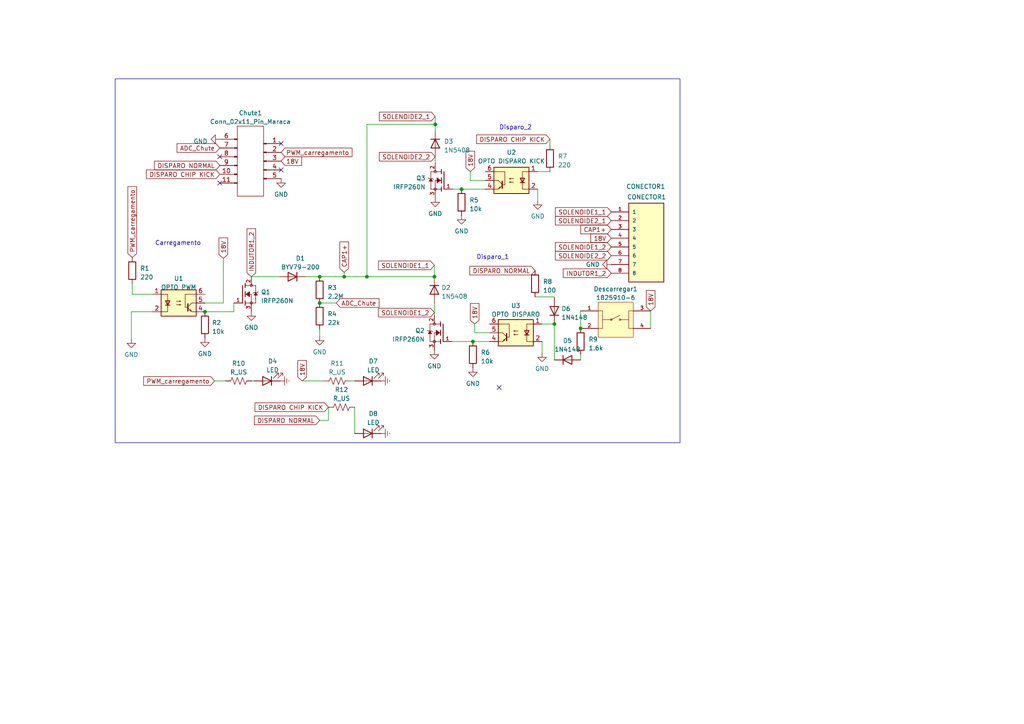
<source format=kicad_sch>
(kicad_sch (version 20230121) (generator eeschema)

  (uuid 1de9637d-97cd-4863-af99-42f1b5fd7dcb)

  (paper "A4")

  (lib_symbols
    (symbol "1586037-8:1586037-8" (pin_names (offset 1.016)) (in_bom yes) (on_board yes)
      (property "Reference" "J" (at -5.58 12.7 0)
        (effects (font (size 1.27 1.27)) (justify left bottom))
      )
      (property "Value" "1586037-8" (at -5.08 -12.7 0)
        (effects (font (size 1.27 1.27)) (justify left bottom))
      )
      (property "Footprint" "TE_1586037-8" (at 0 0 0)
        (effects (font (size 1.27 1.27)) (justify bottom) hide)
      )
      (property "Datasheet" "" (at 0 0 0)
        (effects (font (size 1.27 1.27)) hide)
      )
      (property "Comment" "1586037-8" (at 0 0 0)
        (effects (font (size 1.27 1.27)) (justify bottom) hide)
      )
      (symbol "1586037-8_0_0"
        (rectangle (start -5.08 -10.16) (end 5.08 12.7)
          (stroke (width 0.254) (type default))
          (fill (type background))
        )
        (pin passive line (at -10.16 10.16 0) (length 5.08)
          (name "1" (effects (font (size 1.016 1.016))))
          (number "1" (effects (font (size 1.016 1.016))))
        )
        (pin passive line (at -10.16 7.62 0) (length 5.08)
          (name "2" (effects (font (size 1.016 1.016))))
          (number "2" (effects (font (size 1.016 1.016))))
        )
        (pin passive line (at -10.16 5.08 0) (length 5.08)
          (name "3" (effects (font (size 1.016 1.016))))
          (number "3" (effects (font (size 1.016 1.016))))
        )
        (pin passive line (at -10.16 2.54 0) (length 5.08)
          (name "4" (effects (font (size 1.016 1.016))))
          (number "4" (effects (font (size 1.016 1.016))))
        )
        (pin passive line (at -10.16 0 0) (length 5.08)
          (name "5" (effects (font (size 1.016 1.016))))
          (number "5" (effects (font (size 1.016 1.016))))
        )
        (pin passive line (at -10.16 -2.54 0) (length 5.08)
          (name "6" (effects (font (size 1.016 1.016))))
          (number "6" (effects (font (size 1.016 1.016))))
        )
        (pin passive line (at -10.16 -5.08 0) (length 5.08)
          (name "7" (effects (font (size 1.016 1.016))))
          (number "7" (effects (font (size 1.016 1.016))))
        )
        (pin passive line (at -10.16 -7.62 0) (length 5.08)
          (name "8" (effects (font (size 1.016 1.016))))
          (number "8" (effects (font (size 1.016 1.016))))
        )
      )
    )
    (symbol "Device:LED" (pin_numbers hide) (pin_names (offset 1.016) hide) (in_bom yes) (on_board yes)
      (property "Reference" "D" (at 0 2.54 0)
        (effects (font (size 1.27 1.27)))
      )
      (property "Value" "LED" (at 0 -2.54 0)
        (effects (font (size 1.27 1.27)))
      )
      (property "Footprint" "" (at 0 0 0)
        (effects (font (size 1.27 1.27)) hide)
      )
      (property "Datasheet" "~" (at 0 0 0)
        (effects (font (size 1.27 1.27)) hide)
      )
      (property "ki_keywords" "LED diode" (at 0 0 0)
        (effects (font (size 1.27 1.27)) hide)
      )
      (property "ki_description" "Light emitting diode" (at 0 0 0)
        (effects (font (size 1.27 1.27)) hide)
      )
      (property "ki_fp_filters" "LED* LED_SMD:* LED_THT:*" (at 0 0 0)
        (effects (font (size 1.27 1.27)) hide)
      )
      (symbol "LED_0_1"
        (polyline
          (pts
            (xy -1.27 -1.27)
            (xy -1.27 1.27)
          )
          (stroke (width 0.254) (type default))
          (fill (type none))
        )
        (polyline
          (pts
            (xy -1.27 0)
            (xy 1.27 0)
          )
          (stroke (width 0) (type default))
          (fill (type none))
        )
        (polyline
          (pts
            (xy 1.27 -1.27)
            (xy 1.27 1.27)
            (xy -1.27 0)
            (xy 1.27 -1.27)
          )
          (stroke (width 0.254) (type default))
          (fill (type none))
        )
        (polyline
          (pts
            (xy -3.048 -0.762)
            (xy -4.572 -2.286)
            (xy -3.81 -2.286)
            (xy -4.572 -2.286)
            (xy -4.572 -1.524)
          )
          (stroke (width 0) (type default))
          (fill (type none))
        )
        (polyline
          (pts
            (xy -1.778 -0.762)
            (xy -3.302 -2.286)
            (xy -2.54 -2.286)
            (xy -3.302 -2.286)
            (xy -3.302 -1.524)
          )
          (stroke (width 0) (type default))
          (fill (type none))
        )
      )
      (symbol "LED_1_1"
        (pin passive line (at -3.81 0 0) (length 2.54)
          (name "K" (effects (font (size 1.27 1.27))))
          (number "1" (effects (font (size 1.27 1.27))))
        )
        (pin passive line (at 3.81 0 180) (length 2.54)
          (name "A" (effects (font (size 1.27 1.27))))
          (number "2" (effects (font (size 1.27 1.27))))
        )
      )
    )
    (symbol "Device:R" (pin_numbers hide) (pin_names (offset 0)) (in_bom yes) (on_board yes)
      (property "Reference" "R" (at 2.032 0 90)
        (effects (font (size 1.27 1.27)))
      )
      (property "Value" "R" (at 0 0 90)
        (effects (font (size 1.27 1.27)))
      )
      (property "Footprint" "" (at -1.778 0 90)
        (effects (font (size 1.27 1.27)) hide)
      )
      (property "Datasheet" "~" (at 0 0 0)
        (effects (font (size 1.27 1.27)) hide)
      )
      (property "ki_keywords" "R res resistor" (at 0 0 0)
        (effects (font (size 1.27 1.27)) hide)
      )
      (property "ki_description" "Resistor" (at 0 0 0)
        (effects (font (size 1.27 1.27)) hide)
      )
      (property "ki_fp_filters" "R_*" (at 0 0 0)
        (effects (font (size 1.27 1.27)) hide)
      )
      (symbol "R_0_1"
        (rectangle (start -1.016 -2.54) (end 1.016 2.54)
          (stroke (width 0.254) (type default))
          (fill (type none))
        )
      )
      (symbol "R_1_1"
        (pin passive line (at 0 3.81 270) (length 1.27)
          (name "~" (effects (font (size 1.27 1.27))))
          (number "1" (effects (font (size 1.27 1.27))))
        )
        (pin passive line (at 0 -3.81 90) (length 1.27)
          (name "~" (effects (font (size 1.27 1.27))))
          (number "2" (effects (font (size 1.27 1.27))))
        )
      )
    )
    (symbol "Device:R_US" (pin_numbers hide) (pin_names (offset 0)) (in_bom yes) (on_board yes)
      (property "Reference" "R" (at 2.54 0 90)
        (effects (font (size 1.27 1.27)))
      )
      (property "Value" "R_US" (at -2.54 0 90)
        (effects (font (size 1.27 1.27)))
      )
      (property "Footprint" "" (at 1.016 -0.254 90)
        (effects (font (size 1.27 1.27)) hide)
      )
      (property "Datasheet" "~" (at 0 0 0)
        (effects (font (size 1.27 1.27)) hide)
      )
      (property "ki_keywords" "R res resistor" (at 0 0 0)
        (effects (font (size 1.27 1.27)) hide)
      )
      (property "ki_description" "Resistor, US symbol" (at 0 0 0)
        (effects (font (size 1.27 1.27)) hide)
      )
      (property "ki_fp_filters" "R_*" (at 0 0 0)
        (effects (font (size 1.27 1.27)) hide)
      )
      (symbol "R_US_0_1"
        (polyline
          (pts
            (xy 0 -2.286)
            (xy 0 -2.54)
          )
          (stroke (width 0) (type default))
          (fill (type none))
        )
        (polyline
          (pts
            (xy 0 2.286)
            (xy 0 2.54)
          )
          (stroke (width 0) (type default))
          (fill (type none))
        )
        (polyline
          (pts
            (xy 0 -0.762)
            (xy 1.016 -1.143)
            (xy 0 -1.524)
            (xy -1.016 -1.905)
            (xy 0 -2.286)
          )
          (stroke (width 0) (type default))
          (fill (type none))
        )
        (polyline
          (pts
            (xy 0 0.762)
            (xy 1.016 0.381)
            (xy 0 0)
            (xy -1.016 -0.381)
            (xy 0 -0.762)
          )
          (stroke (width 0) (type default))
          (fill (type none))
        )
        (polyline
          (pts
            (xy 0 2.286)
            (xy 1.016 1.905)
            (xy 0 1.524)
            (xy -1.016 1.143)
            (xy 0 0.762)
          )
          (stroke (width 0) (type default))
          (fill (type none))
        )
      )
      (symbol "R_US_1_1"
        (pin passive line (at 0 3.81 270) (length 1.27)
          (name "~" (effects (font (size 1.27 1.27))))
          (number "1" (effects (font (size 1.27 1.27))))
        )
        (pin passive line (at 0 -3.81 90) (length 1.27)
          (name "~" (effects (font (size 1.27 1.27))))
          (number "2" (effects (font (size 1.27 1.27))))
        )
      )
    )
    (symbol "Diode:1N4148" (pin_numbers hide) (pin_names hide) (in_bom yes) (on_board yes)
      (property "Reference" "D" (at 0 2.54 0)
        (effects (font (size 1.27 1.27)))
      )
      (property "Value" "1N4148" (at 0 -2.54 0)
        (effects (font (size 1.27 1.27)))
      )
      (property "Footprint" "Diode_THT:D_DO-35_SOD27_P7.62mm_Horizontal" (at 0 0 0)
        (effects (font (size 1.27 1.27)) hide)
      )
      (property "Datasheet" "https://assets.nexperia.com/documents/data-sheet/1N4148_1N4448.pdf" (at 0 0 0)
        (effects (font (size 1.27 1.27)) hide)
      )
      (property "Sim.Device" "D" (at 0 0 0)
        (effects (font (size 1.27 1.27)) hide)
      )
      (property "Sim.Pins" "1=K 2=A" (at 0 0 0)
        (effects (font (size 1.27 1.27)) hide)
      )
      (property "ki_keywords" "diode" (at 0 0 0)
        (effects (font (size 1.27 1.27)) hide)
      )
      (property "ki_description" "100V 0.15A standard switching diode, DO-35" (at 0 0 0)
        (effects (font (size 1.27 1.27)) hide)
      )
      (property "ki_fp_filters" "D*DO?35*" (at 0 0 0)
        (effects (font (size 1.27 1.27)) hide)
      )
      (symbol "1N4148_0_1"
        (polyline
          (pts
            (xy -1.27 1.27)
            (xy -1.27 -1.27)
          )
          (stroke (width 0.254) (type default))
          (fill (type none))
        )
        (polyline
          (pts
            (xy 1.27 0)
            (xy -1.27 0)
          )
          (stroke (width 0) (type default))
          (fill (type none))
        )
        (polyline
          (pts
            (xy 1.27 1.27)
            (xy 1.27 -1.27)
            (xy -1.27 0)
            (xy 1.27 1.27)
          )
          (stroke (width 0.254) (type default))
          (fill (type none))
        )
      )
      (symbol "1N4148_1_1"
        (pin passive line (at -3.81 0 0) (length 2.54)
          (name "K" (effects (font (size 1.27 1.27))))
          (number "1" (effects (font (size 1.27 1.27))))
        )
        (pin passive line (at 3.81 0 180) (length 2.54)
          (name "A" (effects (font (size 1.27 1.27))))
          (number "2" (effects (font (size 1.27 1.27))))
        )
      )
    )
    (symbol "Diode:1N5408" (pin_numbers hide) (pin_names hide) (in_bom yes) (on_board yes)
      (property "Reference" "D" (at 0 2.54 0)
        (effects (font (size 1.27 1.27)))
      )
      (property "Value" "1N5408" (at 0 -2.54 0)
        (effects (font (size 1.27 1.27)))
      )
      (property "Footprint" "Diode_THT:D_DO-201AD_P15.24mm_Horizontal" (at 0 -4.445 0)
        (effects (font (size 1.27 1.27)) hide)
      )
      (property "Datasheet" "http://www.vishay.com/docs/88516/1n5400.pdf" (at 0 0 0)
        (effects (font (size 1.27 1.27)) hide)
      )
      (property "Sim.Device" "D" (at 0 0 0)
        (effects (font (size 1.27 1.27)) hide)
      )
      (property "Sim.Pins" "1=K 2=A" (at 0 0 0)
        (effects (font (size 1.27 1.27)) hide)
      )
      (property "ki_keywords" "diode" (at 0 0 0)
        (effects (font (size 1.27 1.27)) hide)
      )
      (property "ki_description" "1000V 3A General Purpose Rectifier Diode, DO-201AD" (at 0 0 0)
        (effects (font (size 1.27 1.27)) hide)
      )
      (property "ki_fp_filters" "D*DO?201AD*" (at 0 0 0)
        (effects (font (size 1.27 1.27)) hide)
      )
      (symbol "1N5408_0_1"
        (polyline
          (pts
            (xy -1.27 1.27)
            (xy -1.27 -1.27)
          )
          (stroke (width 0.254) (type default))
          (fill (type none))
        )
        (polyline
          (pts
            (xy 1.27 0)
            (xy -1.27 0)
          )
          (stroke (width 0) (type default))
          (fill (type none))
        )
        (polyline
          (pts
            (xy 1.27 1.27)
            (xy 1.27 -1.27)
            (xy -1.27 0)
            (xy 1.27 1.27)
          )
          (stroke (width 0.254) (type default))
          (fill (type none))
        )
      )
      (symbol "1N5408_1_1"
        (pin passive line (at -3.81 0 0) (length 2.54)
          (name "K" (effects (font (size 1.27 1.27))))
          (number "1" (effects (font (size 1.27 1.27))))
        )
        (pin passive line (at 3.81 0 180) (length 2.54)
          (name "A" (effects (font (size 1.27 1.27))))
          (number "2" (effects (font (size 1.27 1.27))))
        )
      )
    )
    (symbol "Diode:BYV79-200" (pin_numbers hide) (pin_names hide) (in_bom yes) (on_board yes)
      (property "Reference" "D" (at 0 2.54 0)
        (effects (font (size 1.27 1.27)))
      )
      (property "Value" "BYV79-200" (at 0 -2.54 0)
        (effects (font (size 1.27 1.27)))
      )
      (property "Footprint" "Package_TO_SOT_THT:TO-220-2_Vertical" (at 0 -4.445 0)
        (effects (font (size 1.27 1.27)) hide)
      )
      (property "Datasheet" "http://pdf.datasheetcatalog.com/datasheet/philips/BYV79-100.pdf" (at 0 0 0)
        (effects (font (size 1.27 1.27)) hide)
      )
      (property "Sim.Device" "D" (at 0 0 0)
        (effects (font (size 1.27 1.27)) hide)
      )
      (property "Sim.Pins" "1=K 2=A" (at 0 0 0)
        (effects (font (size 1.27 1.27)) hide)
      )
      (property "ki_keywords" "diode" (at 0 0 0)
        (effects (font (size 1.27 1.27)) hide)
      )
      (property "ki_description" "200V 14A Ultrafast Rectifier Diode, TO-220" (at 0 0 0)
        (effects (font (size 1.27 1.27)) hide)
      )
      (property "ki_fp_filters" "TO?220*" (at 0 0 0)
        (effects (font (size 1.27 1.27)) hide)
      )
      (symbol "BYV79-200_0_1"
        (polyline
          (pts
            (xy -1.27 1.27)
            (xy -1.27 -1.27)
          )
          (stroke (width 0.254) (type default))
          (fill (type none))
        )
        (polyline
          (pts
            (xy 1.27 0)
            (xy -1.27 0)
          )
          (stroke (width 0) (type default))
          (fill (type none))
        )
        (polyline
          (pts
            (xy 1.27 1.27)
            (xy 1.27 -1.27)
            (xy -1.27 0)
            (xy 1.27 1.27)
          )
          (stroke (width 0.254) (type default))
          (fill (type none))
        )
      )
      (symbol "BYV79-200_1_1"
        (pin passive line (at -3.81 0 0) (length 2.54)
          (name "K" (effects (font (size 1.27 1.27))))
          (number "1" (effects (font (size 1.27 1.27))))
        )
        (pin passive line (at 3.81 0 180) (length 2.54)
          (name "A" (effects (font (size 1.27 1.27))))
          (number "2" (effects (font (size 1.27 1.27))))
        )
      )
    )
    (symbol "IRFP260N:IRFP260N" (pin_names (offset 1.016)) (in_bom yes) (on_board yes)
      (property "Reference" "Q" (at -8.89 2.54 0)
        (effects (font (size 1.27 1.27)) (justify left bottom))
      )
      (property "Value" "IRFP260N" (at -8.89 -7.62 0)
        (effects (font (size 1.27 1.27)) (justify left bottom))
      )
      (property "Footprint" "TO545P1560X500X2460-3" (at 0 0 0)
        (effects (font (size 1.27 1.27)) (justify bottom) hide)
      )
      (property "Datasheet" "" (at 0 0 0)
        (effects (font (size 1.27 1.27)) hide)
      )
      (property "PARTREV" "08/18/10" (at 0 0 0)
        (effects (font (size 1.27 1.27)) (justify bottom) hide)
      )
      (property "STANDARD" "IPC 7351B" (at 0 0 0)
        (effects (font (size 1.27 1.27)) (justify bottom) hide)
      )
      (property "MAXIMUM_PACKAGE_HEIGHT" "24.6 mm" (at 0 0 0)
        (effects (font (size 1.27 1.27)) (justify bottom) hide)
      )
      (property "MANUFACTURER" "Infineon Technologies" (at 0 0 0)
        (effects (font (size 1.27 1.27)) (justify bottom) hide)
      )
      (symbol "IRFP260N_0_0"
        (polyline
          (pts
            (xy 0 2.54)
            (xy 0 -2.54)
          )
          (stroke (width 0.254) (type default))
          (fill (type none))
        )
        (polyline
          (pts
            (xy 0.762 -2.54)
            (xy 0.762 -3.175)
          )
          (stroke (width 0.254) (type default))
          (fill (type none))
        )
        (polyline
          (pts
            (xy 0.762 -1.905)
            (xy 0.762 -2.54)
          )
          (stroke (width 0.254) (type default))
          (fill (type none))
        )
        (polyline
          (pts
            (xy 0.762 0)
            (xy 0.762 -0.762)
          )
          (stroke (width 0.254) (type default))
          (fill (type none))
        )
        (polyline
          (pts
            (xy 0.762 0)
            (xy 2.54 0)
          )
          (stroke (width 0.1524) (type default))
          (fill (type none))
        )
        (polyline
          (pts
            (xy 0.762 0.762)
            (xy 0.762 0)
          )
          (stroke (width 0.254) (type default))
          (fill (type none))
        )
        (polyline
          (pts
            (xy 0.762 2.54)
            (xy 0.762 1.905)
          )
          (stroke (width 0.254) (type default))
          (fill (type none))
        )
        (polyline
          (pts
            (xy 0.762 2.54)
            (xy 3.81 2.54)
          )
          (stroke (width 0.1524) (type default))
          (fill (type none))
        )
        (polyline
          (pts
            (xy 0.762 3.175)
            (xy 0.762 2.54)
          )
          (stroke (width 0.254) (type default))
          (fill (type none))
        )
        (polyline
          (pts
            (xy 2.54 -2.54)
            (xy 0.762 -2.54)
          )
          (stroke (width 0.1524) (type default))
          (fill (type none))
        )
        (polyline
          (pts
            (xy 2.54 -2.54)
            (xy 3.81 -2.54)
          )
          (stroke (width 0.1524) (type default))
          (fill (type none))
        )
        (polyline
          (pts
            (xy 2.54 0)
            (xy 2.54 -2.54)
          )
          (stroke (width 0.1524) (type default))
          (fill (type none))
        )
        (polyline
          (pts
            (xy 3.302 0.508)
            (xy 3.048 0.254)
          )
          (stroke (width 0.1524) (type default))
          (fill (type none))
        )
        (polyline
          (pts
            (xy 3.81 0.508)
            (xy 3.302 0.508)
          )
          (stroke (width 0.1524) (type default))
          (fill (type none))
        )
        (polyline
          (pts
            (xy 3.81 0.508)
            (xy 3.81 -2.54)
          )
          (stroke (width 0.1524) (type default))
          (fill (type none))
        )
        (polyline
          (pts
            (xy 3.81 2.54)
            (xy 3.81 0.508)
          )
          (stroke (width 0.1524) (type default))
          (fill (type none))
        )
        (polyline
          (pts
            (xy 4.318 0.508)
            (xy 3.81 0.508)
          )
          (stroke (width 0.1524) (type default))
          (fill (type none))
        )
        (polyline
          (pts
            (xy 4.572 0.762)
            (xy 4.318 0.508)
          )
          (stroke (width 0.1524) (type default))
          (fill (type none))
        )
        (polyline
          (pts
            (xy 1.016 0)
            (xy 2.032 0.762)
            (xy 2.032 -0.762)
            (xy 1.016 0)
          )
          (stroke (width 0.1524) (type default))
          (fill (type outline))
        )
        (polyline
          (pts
            (xy 3.81 0.508)
            (xy 3.302 -0.254)
            (xy 4.318 -0.254)
            (xy 3.81 0.508)
          )
          (stroke (width 0.1524) (type default))
          (fill (type outline))
        )
        (circle (center 2.54 -2.54) (radius 0.3592)
          (stroke (width 0) (type default))
          (fill (type none))
        )
        (circle (center 2.54 2.54) (radius 0.3592)
          (stroke (width 0) (type default))
          (fill (type none))
        )
        (pin passive line (at -2.54 -2.54 0) (length 2.54)
          (name "~" (effects (font (size 1.016 1.016))))
          (number "1" (effects (font (size 1.016 1.016))))
        )
        (pin passive line (at 2.54 5.08 270) (length 2.54)
          (name "~" (effects (font (size 1.016 1.016))))
          (number "2" (effects (font (size 1.016 1.016))))
        )
        (pin passive line (at 2.54 -5.08 90) (length 2.54)
          (name "~" (effects (font (size 1.016 1.016))))
          (number "3" (effects (font (size 1.016 1.016))))
        )
      )
    )
    (symbol "Isolator:4N25" (pin_names (offset 1.016)) (in_bom yes) (on_board yes)
      (property "Reference" "U" (at -5.08 5.08 0)
        (effects (font (size 1.27 1.27)) (justify left))
      )
      (property "Value" "4N25" (at 0 5.08 0)
        (effects (font (size 1.27 1.27)) (justify left))
      )
      (property "Footprint" "Package_DIP:DIP-6_W7.62mm" (at -5.08 -5.08 0)
        (effects (font (size 1.27 1.27) italic) (justify left) hide)
      )
      (property "Datasheet" "https://www.vishay.com/docs/83725/4n25.pdf" (at 0 0 0)
        (effects (font (size 1.27 1.27)) (justify left) hide)
      )
      (property "ki_keywords" "NPN DC Optocoupler Base Connected" (at 0 0 0)
        (effects (font (size 1.27 1.27)) hide)
      )
      (property "ki_description" "DC Optocoupler Base Connected, Vce 30V, CTR 20%, Viso 2500V, DIP6" (at 0 0 0)
        (effects (font (size 1.27 1.27)) hide)
      )
      (property "ki_fp_filters" "DIP*W7.62mm*" (at 0 0 0)
        (effects (font (size 1.27 1.27)) hide)
      )
      (symbol "4N25_0_1"
        (rectangle (start -5.08 3.81) (end 5.08 -3.81)
          (stroke (width 0.254) (type default))
          (fill (type background))
        )
        (polyline
          (pts
            (xy -3.81 -0.635)
            (xy -2.54 -0.635)
          )
          (stroke (width 0.254) (type default))
          (fill (type none))
        )
        (polyline
          (pts
            (xy 2.667 -1.397)
            (xy 3.81 -2.54)
          )
          (stroke (width 0) (type default))
          (fill (type none))
        )
        (polyline
          (pts
            (xy 2.667 -1.143)
            (xy 3.81 0)
          )
          (stroke (width 0) (type default))
          (fill (type none))
        )
        (polyline
          (pts
            (xy 3.81 -2.54)
            (xy 5.08 -2.54)
          )
          (stroke (width 0) (type default))
          (fill (type none))
        )
        (polyline
          (pts
            (xy 3.81 0)
            (xy 5.08 0)
          )
          (stroke (width 0) (type default))
          (fill (type none))
        )
        (polyline
          (pts
            (xy 2.667 -0.254)
            (xy 2.667 -2.286)
            (xy 2.667 -2.286)
          )
          (stroke (width 0.3556) (type default))
          (fill (type none))
        )
        (polyline
          (pts
            (xy -5.08 -2.54)
            (xy -3.175 -2.54)
            (xy -3.175 2.54)
            (xy -5.08 2.54)
          )
          (stroke (width 0) (type default))
          (fill (type none))
        )
        (polyline
          (pts
            (xy -3.175 -0.635)
            (xy -3.81 0.635)
            (xy -2.54 0.635)
            (xy -3.175 -0.635)
          )
          (stroke (width 0.254) (type default))
          (fill (type none))
        )
        (polyline
          (pts
            (xy 3.683 -2.413)
            (xy 3.429 -1.905)
            (xy 3.175 -2.159)
            (xy 3.683 -2.413)
          )
          (stroke (width 0) (type default))
          (fill (type none))
        )
        (polyline
          (pts
            (xy 5.08 2.54)
            (xy 1.905 2.54)
            (xy 1.905 -1.27)
            (xy 2.54 -1.27)
          )
          (stroke (width 0) (type default))
          (fill (type none))
        )
        (polyline
          (pts
            (xy -0.635 -0.508)
            (xy 0.635 -0.508)
            (xy 0.254 -0.635)
            (xy 0.254 -0.381)
            (xy 0.635 -0.508)
          )
          (stroke (width 0) (type default))
          (fill (type none))
        )
        (polyline
          (pts
            (xy -0.635 0.508)
            (xy 0.635 0.508)
            (xy 0.254 0.381)
            (xy 0.254 0.635)
            (xy 0.635 0.508)
          )
          (stroke (width 0) (type default))
          (fill (type none))
        )
      )
      (symbol "4N25_1_1"
        (pin passive line (at -7.62 2.54 0) (length 2.54)
          (name "~" (effects (font (size 1.27 1.27))))
          (number "1" (effects (font (size 1.27 1.27))))
        )
        (pin passive line (at -7.62 -2.54 0) (length 2.54)
          (name "~" (effects (font (size 1.27 1.27))))
          (number "2" (effects (font (size 1.27 1.27))))
        )
        (pin no_connect line (at -5.08 0 0) (length 2.54) hide
          (name "NC" (effects (font (size 1.27 1.27))))
          (number "3" (effects (font (size 1.27 1.27))))
        )
        (pin passive line (at 7.62 -2.54 180) (length 2.54)
          (name "~" (effects (font (size 1.27 1.27))))
          (number "4" (effects (font (size 1.27 1.27))))
        )
        (pin passive line (at 7.62 0 180) (length 2.54)
          (name "~" (effects (font (size 1.27 1.27))))
          (number "5" (effects (font (size 1.27 1.27))))
        )
        (pin passive line (at 7.62 2.54 180) (length 2.54)
          (name "~" (effects (font (size 1.27 1.27))))
          (number "6" (effects (font (size 1.27 1.27))))
        )
      )
    )
    (symbol "Maraca:1825910-6" (pin_names (offset 1.016)) (in_bom yes) (on_board yes)
      (property "Reference" "SW" (at -5.0897 5.8532 0)
        (effects (font (size 1.27 1.27)) (justify left bottom))
      )
      (property "Value" "1825910-6" (at -5.0883 -7.6325 0)
        (effects (font (size 1.27 1.27)) (justify left bottom))
      )
      (property "Footprint" "SW_1825910-6-4" (at 0 0 0)
        (effects (font (size 1.27 1.27)) (justify bottom) hide)
      )
      (property "Datasheet" "" (at 0 0 0)
        (effects (font (size 1.27 1.27)) hide)
      )
      (property "Comment" "1825910-6" (at 0 0 0)
        (effects (font (size 1.27 1.27)) (justify bottom) hide)
      )
      (symbol "1825910-6_0_0"
        (rectangle (start -5.08 -5.08) (end 5.08 5.08)
          (stroke (width 0.127) (type default))
          (fill (type background))
        )
        (circle (center -1.27 0) (radius 0.254)
          (stroke (width 0.127) (type default))
          (fill (type none))
        )
        (polyline
          (pts
            (xy -5.08 2.54)
            (xy -3.81 2.54)
          )
          (stroke (width 0.127) (type default))
          (fill (type none))
        )
        (polyline
          (pts
            (xy -3.81 -2.54)
            (xy -5.08 -2.54)
          )
          (stroke (width 0.127) (type default))
          (fill (type none))
        )
        (polyline
          (pts
            (xy -3.81 0)
            (xy -3.81 -2.54)
          )
          (stroke (width 0.127) (type default))
          (fill (type none))
        )
        (polyline
          (pts
            (xy -3.81 0)
            (xy -1.27 0)
          )
          (stroke (width 0.127) (type default))
          (fill (type none))
        )
        (polyline
          (pts
            (xy -3.81 2.54)
            (xy -3.81 0)
          )
          (stroke (width 0.127) (type default))
          (fill (type none))
        )
        (polyline
          (pts
            (xy -1.27 0)
            (xy 1.27 1.27)
          )
          (stroke (width 0.127) (type default))
          (fill (type none))
        )
        (polyline
          (pts
            (xy 1.27 0)
            (xy 3.81 0)
          )
          (stroke (width 0.127) (type default))
          (fill (type none))
        )
        (polyline
          (pts
            (xy 3.81 -2.54)
            (xy 5.08 -2.54)
          )
          (stroke (width 0.127) (type default))
          (fill (type none))
        )
        (polyline
          (pts
            (xy 3.81 0)
            (xy 3.81 -2.54)
          )
          (stroke (width 0.127) (type default))
          (fill (type none))
        )
        (polyline
          (pts
            (xy 3.81 0)
            (xy 3.81 2.54)
          )
          (stroke (width 0.127) (type default))
          (fill (type none))
        )
        (polyline
          (pts
            (xy 3.81 2.54)
            (xy 5.08 2.54)
          )
          (stroke (width 0.127) (type default))
          (fill (type none))
        )
        (circle (center 1.27 0) (radius 0.254)
          (stroke (width 0.127) (type default))
          (fill (type none))
        )
        (pin passive line (at -10.16 2.54 0) (length 5.08)
          (name "~" (effects (font (size 1.016 1.016))))
          (number "1" (effects (font (size 1.016 1.016))))
        )
        (pin passive line (at -10.16 -2.54 0) (length 5.08)
          (name "~" (effects (font (size 1.016 1.016))))
          (number "2" (effects (font (size 1.016 1.016))))
        )
        (pin passive line (at 10.16 2.54 180) (length 5.08)
          (name "~" (effects (font (size 1.016 1.016))))
          (number "3" (effects (font (size 1.016 1.016))))
        )
        (pin passive line (at 10.16 -2.54 180) (length 5.08)
          (name "~" (effects (font (size 1.016 1.016))))
          (number "4" (effects (font (size 1.016 1.016))))
        )
      )
    )
    (symbol "Maraca:Conn_02x11_Pin_Maraca" (pin_names (offset 1.016) hide) (in_bom yes) (on_board yes)
      (property "Reference" "J" (at -29.21 16.51 0)
        (effects (font (size 1.27 1.27)))
      )
      (property "Value" "Conn_02x11_Pin_Maraca" (at -29.21 -7.62 0)
        (effects (font (size 1.27 1.27)))
      )
      (property "Footprint" "" (at -33.02 11.43 0)
        (effects (font (size 1.27 1.27)) hide)
      )
      (property "Datasheet" "~" (at -33.02 11.43 0)
        (effects (font (size 1.27 1.27)) hide)
      )
      (property "ki_locked" "" (at 0 0 0)
        (effects (font (size 1.27 1.27)))
      )
      (property "ki_keywords" "connector" (at 0 0 0)
        (effects (font (size 1.27 1.27)) hide)
      )
      (property "ki_description" "Generic connector, single row, 01x13, script generated" (at 0 0 0)
        (effects (font (size 1.27 1.27)) hide)
      )
      (property "ki_fp_filters" "Connector*:*_1x??_*" (at 0 0 0)
        (effects (font (size 1.27 1.27)) hide)
      )
      (symbol "Conn_02x11_Pin_Maraca_1_1"
        (rectangle (start -33.02 -1.397) (end -33.8836 -1.143)
          (stroke (width 0.1524) (type default))
          (fill (type outline))
        )
        (rectangle (start -33.02 1.143) (end -33.8836 1.397)
          (stroke (width 0.1524) (type default))
          (fill (type outline))
        )
        (rectangle (start -33.02 3.683) (end -33.8836 3.937)
          (stroke (width 0.1524) (type default))
          (fill (type outline))
        )
        (rectangle (start -33.02 6.223) (end -33.8836 6.477)
          (stroke (width 0.1524) (type default))
          (fill (type outline))
        )
        (rectangle (start -33.02 8.763) (end -33.8836 9.017)
          (stroke (width 0.1524) (type default))
          (fill (type outline))
        )
        (rectangle (start -33.02 11.303) (end -33.8836 11.557)
          (stroke (width 0.1524) (type default))
          (fill (type outline))
        )
        (rectangle (start -33.02 15.24) (end -25.4 -5.08)
          (stroke (width 0) (type default))
          (fill (type none))
        )
        (rectangle (start -24.5364 0.127) (end -25.4 -0.127)
          (stroke (width 0.1524) (type default))
          (fill (type outline))
        )
        (rectangle (start -24.5364 2.667) (end -25.4 2.413)
          (stroke (width 0.1524) (type default))
          (fill (type outline))
        )
        (rectangle (start -24.5364 5.207) (end -25.4 4.953)
          (stroke (width 0.1524) (type default))
          (fill (type outline))
        )
        (rectangle (start -24.5364 7.747) (end -25.4 7.493)
          (stroke (width 0.1524) (type default))
          (fill (type outline))
        )
        (rectangle (start -24.5364 10.287) (end -25.4 10.033)
          (stroke (width 0.1524) (type default))
          (fill (type outline))
        )
        (polyline
          (pts
            (xy -34.29 -1.27)
            (xy -33.8836 -1.27)
          )
          (stroke (width 0.1524) (type default))
          (fill (type none))
        )
        (polyline
          (pts
            (xy -34.29 1.27)
            (xy -33.8836 1.27)
          )
          (stroke (width 0.1524) (type default))
          (fill (type none))
        )
        (polyline
          (pts
            (xy -34.29 3.81)
            (xy -33.8836 3.81)
          )
          (stroke (width 0.1524) (type default))
          (fill (type none))
        )
        (polyline
          (pts
            (xy -34.29 6.35)
            (xy -33.8836 6.35)
          )
          (stroke (width 0.1524) (type default))
          (fill (type none))
        )
        (polyline
          (pts
            (xy -34.29 8.89)
            (xy -33.8836 8.89)
          )
          (stroke (width 0.1524) (type default))
          (fill (type none))
        )
        (polyline
          (pts
            (xy -34.29 11.43)
            (xy -33.8836 11.43)
          )
          (stroke (width 0.1524) (type default))
          (fill (type none))
        )
        (polyline
          (pts
            (xy -24.13 0)
            (xy -24.5364 0)
          )
          (stroke (width 0.1524) (type default))
          (fill (type none))
        )
        (polyline
          (pts
            (xy -24.13 2.54)
            (xy -24.5364 2.54)
          )
          (stroke (width 0.1524) (type default))
          (fill (type none))
        )
        (polyline
          (pts
            (xy -24.13 5.08)
            (xy -24.5364 5.08)
          )
          (stroke (width 0.1524) (type default))
          (fill (type none))
        )
        (polyline
          (pts
            (xy -24.13 7.62)
            (xy -24.5364 7.62)
          )
          (stroke (width 0.1524) (type default))
          (fill (type none))
        )
        (polyline
          (pts
            (xy -24.13 10.16)
            (xy -24.5364 10.16)
          )
          (stroke (width 0.1524) (type default))
          (fill (type none))
        )
        (pin passive line (at -20.32 10.16 180) (length 3.81)
          (name "Pin_1" (effects (font (size 1.27 1.27))))
          (number "1" (effects (font (size 1.27 1.27))))
        )
        (pin passive line (at -38.1 1.27 0) (length 3.81)
          (name "Pin_10" (effects (font (size 1.27 1.27))))
          (number "10" (effects (font (size 1.27 1.27))))
        )
        (pin passive line (at -38.1 -1.27 0) (length 3.81)
          (name "Pin_11" (effects (font (size 1.27 1.27))))
          (number "11" (effects (font (size 1.27 1.27))))
        )
        (pin passive line (at -20.32 7.62 180) (length 3.81)
          (name "Pin_2" (effects (font (size 1.27 1.27))))
          (number "2" (effects (font (size 1.27 1.27))))
        )
        (pin passive line (at -20.32 5.08 180) (length 3.81)
          (name "Pin_3" (effects (font (size 1.27 1.27))))
          (number "3" (effects (font (size 1.27 1.27))))
        )
        (pin passive line (at -20.32 2.54 180) (length 3.81)
          (name "Pin_4" (effects (font (size 1.27 1.27))))
          (number "4" (effects (font (size 1.27 1.27))))
        )
        (pin passive line (at -20.32 0 180) (length 3.81)
          (name "Pin_5" (effects (font (size 1.27 1.27))))
          (number "5" (effects (font (size 1.27 1.27))))
        )
        (pin passive line (at -38.1 11.43 0) (length 3.81)
          (name "Pin_6" (effects (font (size 1.27 1.27))))
          (number "6" (effects (font (size 1.27 1.27))))
        )
        (pin passive line (at -38.1 8.89 0) (length 3.81)
          (name "Pin_7" (effects (font (size 1.27 1.27))))
          (number "7" (effects (font (size 1.27 1.27))))
        )
        (pin passive line (at -38.1 6.35 0) (length 3.81)
          (name "Pin_8" (effects (font (size 1.27 1.27))))
          (number "8" (effects (font (size 1.27 1.27))))
        )
        (pin passive line (at -38.1 3.81 0) (length 3.81)
          (name "Pin_9" (effects (font (size 1.27 1.27))))
          (number "9" (effects (font (size 1.27 1.27))))
        )
      )
    )
    (symbol "power:Earth" (power) (pin_names (offset 0)) (in_bom yes) (on_board yes)
      (property "Reference" "#PWR" (at 0 -6.35 0)
        (effects (font (size 1.27 1.27)) hide)
      )
      (property "Value" "Earth" (at 0 -3.81 0)
        (effects (font (size 1.27 1.27)) hide)
      )
      (property "Footprint" "" (at 0 0 0)
        (effects (font (size 1.27 1.27)) hide)
      )
      (property "Datasheet" "~" (at 0 0 0)
        (effects (font (size 1.27 1.27)) hide)
      )
      (property "ki_keywords" "global ground gnd" (at 0 0 0)
        (effects (font (size 1.27 1.27)) hide)
      )
      (property "ki_description" "Power symbol creates a global label with name \"Earth\"" (at 0 0 0)
        (effects (font (size 1.27 1.27)) hide)
      )
      (symbol "Earth_0_1"
        (polyline
          (pts
            (xy -0.635 -1.905)
            (xy 0.635 -1.905)
          )
          (stroke (width 0) (type default))
          (fill (type none))
        )
        (polyline
          (pts
            (xy -0.127 -2.54)
            (xy 0.127 -2.54)
          )
          (stroke (width 0) (type default))
          (fill (type none))
        )
        (polyline
          (pts
            (xy 0 -1.27)
            (xy 0 0)
          )
          (stroke (width 0) (type default))
          (fill (type none))
        )
        (polyline
          (pts
            (xy 1.27 -1.27)
            (xy -1.27 -1.27)
          )
          (stroke (width 0) (type default))
          (fill (type none))
        )
      )
      (symbol "Earth_1_1"
        (pin power_in line (at 0 0 270) (length 0) hide
          (name "Earth" (effects (font (size 1.27 1.27))))
          (number "1" (effects (font (size 1.27 1.27))))
        )
      )
    )
    (symbol "power:GND" (power) (pin_names (offset 0)) (in_bom yes) (on_board yes)
      (property "Reference" "#PWR" (at 0 -6.35 0)
        (effects (font (size 1.27 1.27)) hide)
      )
      (property "Value" "GND" (at 0 -3.81 0)
        (effects (font (size 1.27 1.27)))
      )
      (property "Footprint" "" (at 0 0 0)
        (effects (font (size 1.27 1.27)) hide)
      )
      (property "Datasheet" "" (at 0 0 0)
        (effects (font (size 1.27 1.27)) hide)
      )
      (property "ki_keywords" "global power" (at 0 0 0)
        (effects (font (size 1.27 1.27)) hide)
      )
      (property "ki_description" "Power symbol creates a global label with name \"GND\" , ground" (at 0 0 0)
        (effects (font (size 1.27 1.27)) hide)
      )
      (symbol "GND_0_1"
        (polyline
          (pts
            (xy 0 0)
            (xy 0 -1.27)
            (xy 1.27 -1.27)
            (xy 0 -2.54)
            (xy -1.27 -1.27)
            (xy 0 -1.27)
          )
          (stroke (width 0) (type default))
          (fill (type none))
        )
      )
      (symbol "GND_1_1"
        (pin power_in line (at 0 0 270) (length 0) hide
          (name "GND" (effects (font (size 1.27 1.27))))
          (number "1" (effects (font (size 1.27 1.27))))
        )
      )
    )
  )

  (junction (at 59.436 90.424) (diameter 0) (color 0 0 0 0)
    (uuid 346b8d05-7019-4425-8f0b-ad0ff571d221)
  )
  (junction (at 99.822 80.264) (diameter 0) (color 0 0 0 0)
    (uuid 5c7adb63-4110-413b-801f-5119ddf654e9)
  )
  (junction (at 126.238 36.068) (diameter 0) (color 0 0 0 0)
    (uuid 5c9e4e2b-54f3-4678-b3c0-01948c66dd80)
  )
  (junction (at 106.426 80.264) (diameter 0) (color 0 0 0 0)
    (uuid 6727a927-83a0-4ebc-b4b1-e121bd857375)
  )
  (junction (at 137.16 99.06) (diameter 0) (color 0 0 0 0)
    (uuid 9384c846-3e07-4e8b-a6a3-baf6491b8b31)
  )
  (junction (at 168.402 95.25) (diameter 0) (color 0 0 0 0)
    (uuid bf9e83c1-53e2-422e-9d8a-47bb4fd9d44f)
  )
  (junction (at 125.984 80.264) (diameter 0) (color 0 0 0 0)
    (uuid c87a078c-243e-4d6b-a8da-9bedd0c89b03)
  )
  (junction (at 92.71 87.884) (diameter 0) (color 0 0 0 0)
    (uuid d8bf2dd9-a9bc-4382-8ad0-4a0a07ddfb6b)
  )
  (junction (at 133.858 54.864) (diameter 0) (color 0 0 0 0)
    (uuid dc107b70-f4a3-41b6-8973-e95e46c1faf6)
  )
  (junction (at 160.782 93.98) (diameter 0) (color 0 0 0 0)
    (uuid ddd0f100-041a-4262-980b-2dc7da74433e)
  )
  (junction (at 92.71 80.264) (diameter 0) (color 0 0 0 0)
    (uuid ee4fa9d7-1494-4376-8874-0cb6585da704)
  )

  (no_connect (at 63.754 45.466) (uuid 2149159a-d472-4903-9049-110f644e2b9c))
  (no_connect (at 144.78 112.395) (uuid d0e76207-e871-4d72-aab5-e50851bc57df))
  (no_connect (at 81.534 41.656) (uuid dc8a4ab3-7c0d-4d44-82dd-51ce321c6196))
  (no_connect (at 63.754 53.086) (uuid de38206c-4dd8-4146-967c-d29b356ecb9d))
  (no_connect (at 81.534 49.276) (uuid ecff437e-0098-4954-a111-26d2c0f85675))

  (wire (pts (xy 73.025 110.49) (xy 73.66 110.49))
    (stroke (width 0) (type default))
    (uuid 03af10eb-da17-4f57-81c3-cf388d6704c2)
  )
  (wire (pts (xy 102.87 118.11) (xy 102.87 125.73))
    (stroke (width 0) (type default))
    (uuid 12f9b669-285a-415b-b085-08fa20db957c)
  )
  (wire (pts (xy 59.436 87.884) (xy 64.77 87.884))
    (stroke (width 0) (type default))
    (uuid 1910263a-1c70-470a-a35c-8e0d474aa0cf)
  )
  (wire (pts (xy 67.818 90.424) (xy 67.818 87.884))
    (stroke (width 0) (type default))
    (uuid 274e0be7-ee3f-427a-a4e1-8ce2e0617670)
  )
  (wire (pts (xy 160.782 93.98) (xy 160.782 104.394))
    (stroke (width 0) (type default))
    (uuid 282af502-d868-45fb-b9b7-e13365dc1b62)
  )
  (wire (pts (xy 88.646 80.264) (xy 92.71 80.264))
    (stroke (width 0) (type default))
    (uuid 2b406aef-23be-4352-aeb7-ac23dc62a388)
  )
  (wire (pts (xy 136.398 52.324) (xy 136.398 49.784))
    (stroke (width 0) (type default))
    (uuid 3820ac9e-266d-4bca-911f-0a48ceff7106)
  )
  (wire (pts (xy 101.6 110.49) (xy 102.87 110.49))
    (stroke (width 0) (type default))
    (uuid 3aa53a41-59e7-4816-bcac-4ce1dfd7f33e)
  )
  (wire (pts (xy 137.16 99.06) (xy 141.986 99.06))
    (stroke (width 0) (type default))
    (uuid 3c961268-44c2-4580-a110-58ce2cb5273a)
  )
  (wire (pts (xy 64.77 74.93) (xy 64.77 87.884))
    (stroke (width 0) (type default))
    (uuid 3d983c13-d253-4ae3-a615-46556f0d2de3)
  )
  (wire (pts (xy 159.512 49.784) (xy 155.956 49.784))
    (stroke (width 0) (type default))
    (uuid 4a54c36b-b76f-4ad7-8e85-c22d77eed8c2)
  )
  (wire (pts (xy 168.402 90.17) (xy 168.402 95.25))
    (stroke (width 0) (type default))
    (uuid 51c2c09b-7926-4a96-a88e-743c94732260)
  )
  (wire (pts (xy 125.984 87.884) (xy 125.984 91.44))
    (stroke (width 0) (type default))
    (uuid 52ebb1db-a36d-48b7-b636-22365373e5e7)
  )
  (wire (pts (xy 92.71 97.536) (xy 92.71 95.504))
    (stroke (width 0) (type default))
    (uuid 5521bf3d-5b92-432b-8474-3d7e6996f4f3)
  )
  (wire (pts (xy 38.354 82.296) (xy 38.354 85.344))
    (stroke (width 0) (type default))
    (uuid 5b00b66c-2cb0-4cc4-9141-6fcab6dc7cf9)
  )
  (wire (pts (xy 38.354 85.344) (xy 44.196 85.344))
    (stroke (width 0) (type default))
    (uuid 5c8fb986-55dd-4f29-b070-af1be41772c5)
  )
  (wire (pts (xy 126.238 37.846) (xy 126.238 36.068))
    (stroke (width 0) (type default))
    (uuid 5d8e9657-cc35-4c0a-b512-c1eddc2eb5ec)
  )
  (wire (pts (xy 160.782 93.98) (xy 157.226 93.98))
    (stroke (width 0) (type default))
    (uuid 60995cc3-ddf0-41b7-a2ef-c5cc08dd9f68)
  )
  (wire (pts (xy 99.822 78.994) (xy 99.822 80.264))
    (stroke (width 0) (type default))
    (uuid 660d99a8-c0bd-4575-9369-6727e0cb75ff)
  )
  (wire (pts (xy 62.23 110.49) (xy 65.405 110.49))
    (stroke (width 0) (type default))
    (uuid 6dc9c1fb-2c5b-4c70-9f0b-f2da75ffd679)
  )
  (wire (pts (xy 59.436 90.424) (xy 67.818 90.424))
    (stroke (width 0) (type default))
    (uuid 728ae590-8df7-4eb0-b6b1-4b3df5276fc5)
  )
  (wire (pts (xy 87.63 110.49) (xy 93.98 110.49))
    (stroke (width 0) (type default))
    (uuid 7606d118-a35a-40ad-a5ac-39bdb03a25ca)
  )
  (wire (pts (xy 140.716 52.324) (xy 136.398 52.324))
    (stroke (width 0) (type default))
    (uuid 7a892e92-9c1b-42ed-b695-41ff2d67106a)
  )
  (wire (pts (xy 188.722 90.17) (xy 188.722 95.25))
    (stroke (width 0) (type default))
    (uuid 8045e697-5aba-446d-8c37-19559443091e)
  )
  (wire (pts (xy 168.402 102.87) (xy 168.402 104.394))
    (stroke (width 0) (type default))
    (uuid 82bb6213-654a-4524-adda-450439cf2836)
  )
  (wire (pts (xy 72.898 80.264) (xy 81.026 80.264))
    (stroke (width 0) (type default))
    (uuid 877e05fa-673b-48ff-8718-07d29bbb8aec)
  )
  (wire (pts (xy 155.194 86.106) (xy 160.782 86.106))
    (stroke (width 0) (type default))
    (uuid 909ba15e-d9bc-447f-8758-e0b6cc44a8d8)
  )
  (wire (pts (xy 125.984 76.962) (xy 125.984 80.264))
    (stroke (width 0) (type default))
    (uuid 97bb53df-1981-462b-b11b-6c08143873c9)
  )
  (wire (pts (xy 106.426 36.068) (xy 126.238 36.068))
    (stroke (width 0) (type default))
    (uuid a3db7da2-b74d-4cfc-9d49-adde313ac624)
  )
  (wire (pts (xy 157.226 99.06) (xy 157.226 102.362))
    (stroke (width 0) (type default))
    (uuid a4d24db6-1fc7-416a-92dd-f66111675595)
  )
  (wire (pts (xy 92.71 80.264) (xy 99.822 80.264))
    (stroke (width 0) (type default))
    (uuid a80d020d-0d46-4550-b1d0-4f062ae7f179)
  )
  (wire (pts (xy 38.1 90.424) (xy 44.196 90.424))
    (stroke (width 0) (type default))
    (uuid b02e37a5-d339-467c-a704-2a4742624999)
  )
  (wire (pts (xy 97.536 87.884) (xy 92.71 87.884))
    (stroke (width 0) (type default))
    (uuid b99bd3de-ed72-42f2-a04a-a8579d2de182)
  )
  (wire (pts (xy 95.25 121.92) (xy 95.25 118.11))
    (stroke (width 0) (type default))
    (uuid bec071e4-55fd-42b2-9af7-4cc6f4e1523f)
  )
  (wire (pts (xy 126.238 45.466) (xy 126.238 47.244))
    (stroke (width 0) (type default))
    (uuid c229ed14-7969-4315-9f0f-233fb2a7735a)
  )
  (wire (pts (xy 99.822 80.264) (xy 106.426 80.264))
    (stroke (width 0) (type default))
    (uuid d3aaddea-a3cf-4fc6-a864-17e7c1c71bc6)
  )
  (wire (pts (xy 141.986 96.52) (xy 137.668 96.52))
    (stroke (width 0) (type default))
    (uuid d64306de-685c-4d9f-8711-5ac688b1cc15)
  )
  (wire (pts (xy 159.512 40.386) (xy 159.512 42.164))
    (stroke (width 0) (type default))
    (uuid d79a0700-f4b5-4547-a97b-dc52ac448cc3)
  )
  (wire (pts (xy 131.318 54.864) (xy 133.858 54.864))
    (stroke (width 0) (type default))
    (uuid dd9aa82b-b4ab-4bcf-a3cd-eef4ddc6d452)
  )
  (wire (pts (xy 137.668 96.52) (xy 137.668 93.98))
    (stroke (width 0) (type default))
    (uuid e168ac93-665a-4b12-9345-9ecd4728d6c5)
  )
  (wire (pts (xy 131.064 99.06) (xy 137.16 99.06))
    (stroke (width 0) (type default))
    (uuid ed192510-2aa9-484e-a11d-5f30f6efe980)
  )
  (wire (pts (xy 155.956 54.864) (xy 155.956 58.166))
    (stroke (width 0) (type default))
    (uuid ed541d2a-437d-449b-815c-6c100b0d27d5)
  )
  (wire (pts (xy 92.71 121.92) (xy 95.25 121.92))
    (stroke (width 0) (type default))
    (uuid edd89c36-193b-4ef6-b30e-7b7d4f929315)
  )
  (wire (pts (xy 126.238 36.068) (xy 126.238 33.782))
    (stroke (width 0) (type default))
    (uuid f2150c67-ce80-49e8-b377-b4a610a7c776)
  )
  (wire (pts (xy 160.782 86.106) (xy 160.782 86.36))
    (stroke (width 0) (type default))
    (uuid f76988d4-00a2-4ce2-9427-6f136da02064)
  )
  (wire (pts (xy 106.426 36.068) (xy 106.426 80.264))
    (stroke (width 0) (type default))
    (uuid f8b5e6dd-4770-4412-855b-b7c60ce9f142)
  )
  (wire (pts (xy 133.858 54.864) (xy 140.716 54.864))
    (stroke (width 0) (type default))
    (uuid fb1857ff-a1dd-4561-939e-de8b370925b3)
  )
  (wire (pts (xy 38.1 98.298) (xy 38.1 90.424))
    (stroke (width 0) (type default))
    (uuid fba6cc33-cde5-4a2b-811c-7537ffc61617)
  )
  (wire (pts (xy 106.426 80.264) (xy 125.984 80.264))
    (stroke (width 0) (type default))
    (uuid fc794c21-22cf-46b0-b741-875dbad86f63)
  )

  (rectangle (start 33.401 22.86) (end 197.231 128.397)
    (stroke (width 0) (type default))
    (fill (type none))
    (uuid 8849274a-61b7-460b-a1cb-1527e4437f5c)
  )

  (text "Disparo_2" (at 144.78 37.846 0)
    (effects (font (size 1.27 1.27)) (justify left bottom))
    (uuid a6e33cd2-5e47-42a2-a50f-0139a1ba20ca)
  )
  (text "Carregamento" (at 44.958 71.374 0)
    (effects (font (size 1.27 1.27)) (justify left bottom))
    (uuid c5e1f982-7b7e-492c-9753-b7ebecf3291f)
  )
  (text "Disparo_1" (at 138.176 75.438 0)
    (effects (font (size 1.27 1.27)) (justify left bottom))
    (uuid c876f88b-c201-45ea-aac8-e9700a037469)
  )

  (global_label "DISPARO NORMAL" (shape input) (at 155.194 78.486 180) (fields_autoplaced)
    (effects (font (size 1.27 1.27)) (justify right))
    (uuid 1306ba06-edbe-404f-9cec-6c53581f6b57)
    (property "Intersheetrefs" "${INTERSHEET_REFS}" (at 135.7781 78.486 0)
      (effects (font (size 1.27 1.27)) (justify right) hide)
    )
  )
  (global_label "PWM_carregamento" (shape input) (at 38.354 74.676 90) (fields_autoplaced)
    (effects (font (size 1.27 1.27)) (justify left))
    (uuid 165594d3-17ac-4d98-a8c1-38f13ee18d2c)
    (property "Intersheetrefs" "${INTERSHEET_REFS}" (at 38.354 53.6276 90)
      (effects (font (size 1.27 1.27)) (justify left) hide)
    )
  )
  (global_label "DISPARO CHIP KICK" (shape input) (at 159.512 40.386 180) (fields_autoplaced)
    (effects (font (size 1.27 1.27)) (justify right))
    (uuid 19f0daac-2fd0-4d79-a8fd-0ee8e2e07433)
    (property "Intersheetrefs" "${INTERSHEET_REFS}" (at 137.7375 40.386 0)
      (effects (font (size 1.27 1.27)) (justify right) hide)
    )
  )
  (global_label "CAP1+" (shape input) (at 177.292 66.548 180) (fields_autoplaced)
    (effects (font (size 1.27 1.27)) (justify right))
    (uuid 1d790bdf-aa55-4308-aa6e-3b57b9efc8d5)
    (property "Intersheetrefs" "${INTERSHEET_REFS}" (at 167.9757 66.548 0)
      (effects (font (size 1.27 1.27)) (justify right) hide)
    )
  )
  (global_label "18V" (shape input) (at 87.63 110.49 90) (fields_autoplaced)
    (effects (font (size 1.27 1.27)) (justify left))
    (uuid 1e17a61f-e0bf-4150-b43e-5279bbbbb32e)
    (property "Intersheetrefs" "${INTERSHEET_REFS}" (at 87.63 104.0766 90)
      (effects (font (size 1.27 1.27)) (justify left) hide)
    )
  )
  (global_label "SOLENOIDE2_1" (shape input) (at 126.238 33.782 180) (fields_autoplaced)
    (effects (font (size 1.27 1.27)) (justify right))
    (uuid 2154d845-dacf-4d33-9dbe-13a2a7c615dd)
    (property "Intersheetrefs" "${INTERSHEET_REFS}" (at 109.5437 33.782 0)
      (effects (font (size 1.27 1.27)) (justify right) hide)
    )
  )
  (global_label "INDUTOR1_2" (shape input) (at 72.898 80.264 90) (fields_autoplaced)
    (effects (font (size 1.27 1.27)) (justify left))
    (uuid 2d6839df-5caa-468d-bc42-dac61c101bdc)
    (property "Intersheetrefs" "${INTERSHEET_REFS}" (at 72.898 65.8677 90)
      (effects (font (size 1.27 1.27)) (justify left) hide)
    )
  )
  (global_label "SOLENOIDE1_1" (shape input) (at 125.984 76.962 180) (fields_autoplaced)
    (effects (font (size 1.27 1.27)) (justify right))
    (uuid 2e1ddd3d-ba13-42d2-8396-43400acf93e3)
    (property "Intersheetrefs" "${INTERSHEET_REFS}" (at 109.2897 76.962 0)
      (effects (font (size 1.27 1.27)) (justify right) hide)
    )
  )
  (global_label "SOLENOIDE2_2" (shape input) (at 177.292 74.168 180) (fields_autoplaced)
    (effects (font (size 1.27 1.27)) (justify right))
    (uuid 31169374-32d9-4d54-ab08-11995d898c91)
    (property "Intersheetrefs" "${INTERSHEET_REFS}" (at 160.5977 74.168 0)
      (effects (font (size 1.27 1.27)) (justify right) hide)
    )
  )
  (global_label "18V" (shape input) (at 81.534 46.736 0) (fields_autoplaced)
    (effects (font (size 1.27 1.27)) (justify left))
    (uuid 311d1ee5-3fb9-4bc9-abf7-0e83c482c9f2)
    (property "Intersheetrefs" "${INTERSHEET_REFS}" (at 87.9474 46.736 0)
      (effects (font (size 1.27 1.27)) (justify left) hide)
    )
  )
  (global_label "SOLENOIDE1_1" (shape input) (at 177.292 61.468 180) (fields_autoplaced)
    (effects (font (size 1.27 1.27)) (justify right))
    (uuid 3990e532-fb76-4ba0-bf5f-44175d954fa4)
    (property "Intersheetrefs" "${INTERSHEET_REFS}" (at 160.5977 61.468 0)
      (effects (font (size 1.27 1.27)) (justify right) hide)
    )
  )
  (global_label "DISPARO CHIP KICK" (shape input) (at 95.25 118.11 180) (fields_autoplaced)
    (effects (font (size 1.27 1.27)) (justify right))
    (uuid 4c67d6db-3739-4cf9-a5a6-9e8f0f17f2ed)
    (property "Intersheetrefs" "${INTERSHEET_REFS}" (at 73.4755 118.11 0)
      (effects (font (size 1.27 1.27)) (justify right) hide)
    )
  )
  (global_label "ADC_Chute" (shape input) (at 97.536 87.884 0) (fields_autoplaced)
    (effects (font (size 1.27 1.27)) (justify left))
    (uuid 627adaea-074d-4be4-8c98-fdd02b5ffcbe)
    (property "Intersheetrefs" "${INTERSHEET_REFS}" (at 110.4203 87.884 0)
      (effects (font (size 1.27 1.27)) (justify left) hide)
    )
  )
  (global_label "PWM_carregamento" (shape input) (at 62.23 110.49 180) (fields_autoplaced)
    (effects (font (size 1.27 1.27)) (justify right))
    (uuid 63e86841-ca79-412c-97fe-ddfa87cd52cc)
    (property "Intersheetrefs" "${INTERSHEET_REFS}" (at 41.1816 110.49 0)
      (effects (font (size 1.27 1.27)) (justify right) hide)
    )
  )
  (global_label "SOLENOIDE2_2" (shape input) (at 126.238 45.466 180) (fields_autoplaced)
    (effects (font (size 1.27 1.27)) (justify right))
    (uuid 69c20978-8357-464e-ab14-1a46a954c7ab)
    (property "Intersheetrefs" "${INTERSHEET_REFS}" (at 109.5437 45.466 0)
      (effects (font (size 1.27 1.27)) (justify right) hide)
    )
  )
  (global_label "18V" (shape input) (at 177.292 69.088 180) (fields_autoplaced)
    (effects (font (size 1.27 1.27)) (justify right))
    (uuid 8743c137-f778-43a8-ae03-140ac6d170cd)
    (property "Intersheetrefs" "${INTERSHEET_REFS}" (at 170.8786 69.088 0)
      (effects (font (size 1.27 1.27)) (justify right) hide)
    )
  )
  (global_label "18V" (shape input) (at 188.722 90.17 90) (fields_autoplaced)
    (effects (font (size 1.27 1.27)) (justify left))
    (uuid 8dd15d5e-9438-426a-af80-b01584627c15)
    (property "Intersheetrefs" "${INTERSHEET_REFS}" (at 188.722 83.7566 90)
      (effects (font (size 1.27 1.27)) (justify left) hide)
    )
  )
  (global_label "18V" (shape input) (at 136.398 49.784 90) (fields_autoplaced)
    (effects (font (size 1.27 1.27)) (justify left))
    (uuid a33bdb36-c5fe-40d8-b263-2dcf6b4cb201)
    (property "Intersheetrefs" "${INTERSHEET_REFS}" (at 136.398 43.3706 90)
      (effects (font (size 1.27 1.27)) (justify left) hide)
    )
  )
  (global_label "18V" (shape input) (at 137.668 93.98 90) (fields_autoplaced)
    (effects (font (size 1.27 1.27)) (justify left))
    (uuid a458f27c-cd69-4fdf-a25e-8847aa18698a)
    (property "Intersheetrefs" "${INTERSHEET_REFS}" (at 137.668 87.5666 90)
      (effects (font (size 1.27 1.27)) (justify left) hide)
    )
  )
  (global_label "DISPARO CHIP KICK" (shape input) (at 63.754 50.546 180) (fields_autoplaced)
    (effects (font (size 1.27 1.27)) (justify right))
    (uuid a6803de0-a338-4fe8-8739-b2c1f51078ef)
    (property "Intersheetrefs" "${INTERSHEET_REFS}" (at 41.9795 50.546 0)
      (effects (font (size 1.27 1.27)) (justify right) hide)
    )
  )
  (global_label "SOLENOIDE1_2" (shape input) (at 125.984 90.678 180) (fields_autoplaced)
    (effects (font (size 1.27 1.27)) (justify right))
    (uuid a77e5aa3-111e-4457-ad4d-dab8777a4691)
    (property "Intersheetrefs" "${INTERSHEET_REFS}" (at 109.2897 90.678 0)
      (effects (font (size 1.27 1.27)) (justify right) hide)
    )
  )
  (global_label "PWM_carregamento" (shape input) (at 81.534 44.196 0) (fields_autoplaced)
    (effects (font (size 1.27 1.27)) (justify left))
    (uuid accf1860-7ca6-4611-a8cb-9e429663a7de)
    (property "Intersheetrefs" "${INTERSHEET_REFS}" (at 102.5824 44.196 0)
      (effects (font (size 1.27 1.27)) (justify left) hide)
    )
  )
  (global_label "DISPARO NORMAL" (shape input) (at 63.754 48.006 180) (fields_autoplaced)
    (effects (font (size 1.27 1.27)) (justify right))
    (uuid b803afe5-40ec-4b62-a4a0-90c3c445e23b)
    (property "Intersheetrefs" "${INTERSHEET_REFS}" (at 44.3381 48.006 0)
      (effects (font (size 1.27 1.27)) (justify right) hide)
    )
  )
  (global_label "DISPARO NORMAL" (shape input) (at 92.71 121.92 180) (fields_autoplaced)
    (effects (font (size 1.27 1.27)) (justify right))
    (uuid bce468b8-b3b1-4e92-9c6b-aaa3653261c4)
    (property "Intersheetrefs" "${INTERSHEET_REFS}" (at 73.2941 121.92 0)
      (effects (font (size 1.27 1.27)) (justify right) hide)
    )
  )
  (global_label "CAP1+" (shape input) (at 99.822 78.994 90) (fields_autoplaced)
    (effects (font (size 1.27 1.27)) (justify left))
    (uuid ca7623d7-899a-48c9-93cf-2372441e8087)
    (property "Intersheetrefs" "${INTERSHEET_REFS}" (at 99.822 69.6777 90)
      (effects (font (size 1.27 1.27)) (justify left) hide)
    )
  )
  (global_label "SOLENOIDE2_1" (shape input) (at 177.292 64.008 180) (fields_autoplaced)
    (effects (font (size 1.27 1.27)) (justify right))
    (uuid e00081c9-3f38-448b-8751-30108596b0c2)
    (property "Intersheetrefs" "${INTERSHEET_REFS}" (at 160.5977 64.008 0)
      (effects (font (size 1.27 1.27)) (justify right) hide)
    )
  )
  (global_label "INDUTOR1_2" (shape input) (at 177.292 79.248 180) (fields_autoplaced)
    (effects (font (size 1.27 1.27)) (justify right))
    (uuid e066446a-105e-47b9-bb2b-f3b115766add)
    (property "Intersheetrefs" "${INTERSHEET_REFS}" (at 162.8957 79.248 0)
      (effects (font (size 1.27 1.27)) (justify right) hide)
    )
  )
  (global_label "18V" (shape input) (at 64.77 74.93 90) (fields_autoplaced)
    (effects (font (size 1.27 1.27)) (justify left))
    (uuid e7246cda-aeb5-4c2a-a031-2bb1bb6ecee2)
    (property "Intersheetrefs" "${INTERSHEET_REFS}" (at 64.77 68.5166 90)
      (effects (font (size 1.27 1.27)) (justify left) hide)
    )
  )
  (global_label "SOLENOIDE1_2" (shape input) (at 177.292 71.628 180) (fields_autoplaced)
    (effects (font (size 1.27 1.27)) (justify right))
    (uuid f5846659-31ab-49c4-916d-7e19c3cb8bc4)
    (property "Intersheetrefs" "${INTERSHEET_REFS}" (at 160.5977 71.628 0)
      (effects (font (size 1.27 1.27)) (justify right) hide)
    )
  )
  (global_label "ADC_Chute" (shape input) (at 63.754 42.926 180) (fields_autoplaced)
    (effects (font (size 1.27 1.27)) (justify right))
    (uuid fc17a17b-91d3-4d64-a437-3f65b8b6c9c5)
    (property "Intersheetrefs" "${INTERSHEET_REFS}" (at 50.8697 42.926 0)
      (effects (font (size 1.27 1.27)) (justify right) hide)
    )
  )

  (symbol (lib_id "power:GND") (at 92.71 97.536 0) (unit 1)
    (in_bom yes) (on_board yes) (dnp no) (fields_autoplaced)
    (uuid 0420e088-7489-4ba9-9c68-204dfa4c7131)
    (property "Reference" "#PWR06" (at 92.71 103.886 0)
      (effects (font (size 1.27 1.27)) hide)
    )
    (property "Value" "GND" (at 92.71 102.108 0)
      (effects (font (size 1.27 1.27)))
    )
    (property "Footprint" "" (at 92.71 97.536 0)
      (effects (font (size 1.27 1.27)) hide)
    )
    (property "Datasheet" "" (at 92.71 97.536 0)
      (effects (font (size 1.27 1.27)) hide)
    )
    (pin "1" (uuid 3d698a09-5707-43aa-b7f8-df31a7be6ef9))
    (instances
      (project "Placa do Chute v3c"
        (path "/1de9637d-97cd-4863-af99-42f1b5fd7dcb"
          (reference "#PWR06") (unit 1)
        )
      )
    )
  )

  (symbol (lib_id "Device:R") (at 92.71 91.694 0) (unit 1)
    (in_bom yes) (on_board yes) (dnp no) (fields_autoplaced)
    (uuid 0ba3f6a8-836f-4dff-8f9b-2fa667d410de)
    (property "Reference" "R4" (at 94.996 91.059 0)
      (effects (font (size 1.27 1.27)) (justify left))
    )
    (property "Value" "22k" (at 94.996 93.599 0)
      (effects (font (size 1.27 1.27)) (justify left))
    )
    (property "Footprint" "Resistor_SMD:R_0805_2012Metric" (at 90.932 91.694 90)
      (effects (font (size 1.27 1.27)) hide)
    )
    (property "Datasheet" "~" (at 92.71 91.694 0)
      (effects (font (size 1.27 1.27)) hide)
    )
    (pin "1" (uuid c6e8fc3f-25c8-4005-b32c-3af4d3beb14f))
    (pin "2" (uuid 3f34bc01-8952-4ef2-a5ac-dd2ef8568272))
    (instances
      (project "Placa do Chute v3c"
        (path "/1de9637d-97cd-4863-af99-42f1b5fd7dcb"
          (reference "R4") (unit 1)
        )
      )
    )
  )

  (symbol (lib_id "power:Earth") (at 110.49 125.73 90) (unit 1)
    (in_bom yes) (on_board yes) (dnp no) (fields_autoplaced)
    (uuid 0d65c4e4-ba27-4d46-869f-b44f63b1b5c9)
    (property "Reference" "#PWR016" (at 116.84 125.73 0)
      (effects (font (size 1.27 1.27)) hide)
    )
    (property "Value" "Earth" (at 114.3 125.73 0)
      (effects (font (size 1.27 1.27)) hide)
    )
    (property "Footprint" "" (at 110.49 125.73 0)
      (effects (font (size 1.27 1.27)) hide)
    )
    (property "Datasheet" "~" (at 110.49 125.73 0)
      (effects (font (size 1.27 1.27)) hide)
    )
    (pin "1" (uuid a96243be-8af3-45ea-b4cd-d3b92d58e9b7))
    (instances
      (project "Placa do Chute v3c"
        (path "/1de9637d-97cd-4863-af99-42f1b5fd7dcb"
          (reference "#PWR016") (unit 1)
        )
      )
    )
  )

  (symbol (lib_id "Device:R") (at 133.858 58.674 0) (unit 1)
    (in_bom yes) (on_board yes) (dnp no) (fields_autoplaced)
    (uuid 110d2dc9-c6ac-463d-939c-098b678b998b)
    (property "Reference" "R5" (at 136.144 58.039 0)
      (effects (font (size 1.27 1.27)) (justify left))
    )
    (property "Value" "10k" (at 136.144 60.579 0)
      (effects (font (size 1.27 1.27)) (justify left))
    )
    (property "Footprint" "Resistor_SMD:R_0805_2012Metric" (at 132.08 58.674 90)
      (effects (font (size 1.27 1.27)) hide)
    )
    (property "Datasheet" "~" (at 133.858 58.674 0)
      (effects (font (size 1.27 1.27)) hide)
    )
    (pin "1" (uuid 8b448456-af31-4bb1-9380-9036aaec91cb))
    (pin "2" (uuid 634a9399-09af-4db0-bc3a-0f16cf943a90))
    (instances
      (project "Placa do Chute v3c"
        (path "/1de9637d-97cd-4863-af99-42f1b5fd7dcb"
          (reference "R5") (unit 1)
        )
      )
    )
  )

  (symbol (lib_id "Device:LED") (at 106.68 110.49 180) (unit 1)
    (in_bom yes) (on_board yes) (dnp no) (fields_autoplaced)
    (uuid 165f63db-65f7-4c25-9464-16c3d44eb3f9)
    (property "Reference" "D7" (at 108.2675 104.775 0)
      (effects (font (size 1.27 1.27)))
    )
    (property "Value" "LED" (at 108.2675 107.315 0)
      (effects (font (size 1.27 1.27)))
    )
    (property "Footprint" "LED_SMD:LED_0805_2012Metric" (at 106.68 110.49 0)
      (effects (font (size 1.27 1.27)) hide)
    )
    (property "Datasheet" "~" (at 106.68 110.49 0)
      (effects (font (size 1.27 1.27)) hide)
    )
    (pin "1" (uuid 3710beb0-0810-4e1b-b01e-856925316629))
    (pin "2" (uuid 48d7e2a0-8bdd-4bec-96ee-1b7335563bd0))
    (instances
      (project "Placa do Chute v3c"
        (path "/1de9637d-97cd-4863-af99-42f1b5fd7dcb"
          (reference "D7") (unit 1)
        )
      )
    )
  )

  (symbol (lib_id "power:GND") (at 137.16 106.68 0) (unit 1)
    (in_bom yes) (on_board yes) (dnp no) (fields_autoplaced)
    (uuid 188a64a3-aefe-4a11-bc94-a4c2f43fa528)
    (property "Reference" "#PWR011" (at 137.16 113.03 0)
      (effects (font (size 1.27 1.27)) hide)
    )
    (property "Value" "GND" (at 137.16 111.252 0)
      (effects (font (size 1.27 1.27)))
    )
    (property "Footprint" "" (at 137.16 106.68 0)
      (effects (font (size 1.27 1.27)) hide)
    )
    (property "Datasheet" "" (at 137.16 106.68 0)
      (effects (font (size 1.27 1.27)) hide)
    )
    (pin "1" (uuid 727b994c-3f37-409f-80f9-e42be98e65b2))
    (instances
      (project "Placa do Chute v3c"
        (path "/1de9637d-97cd-4863-af99-42f1b5fd7dcb"
          (reference "#PWR011") (unit 1)
        )
      )
    )
  )

  (symbol (lib_id "Device:R_US") (at 99.06 118.11 90) (unit 1)
    (in_bom yes) (on_board yes) (dnp no) (fields_autoplaced)
    (uuid 1b533e20-6437-4c49-9616-f1c1b21e597d)
    (property "Reference" "R12" (at 99.06 113.03 90)
      (effects (font (size 1.27 1.27)))
    )
    (property "Value" "R_US" (at 99.06 115.57 90)
      (effects (font (size 1.27 1.27)))
    )
    (property "Footprint" "Resistor_SMD:R_0805_2012Metric" (at 99.314 117.094 90)
      (effects (font (size 1.27 1.27)) hide)
    )
    (property "Datasheet" "~" (at 99.06 118.11 0)
      (effects (font (size 1.27 1.27)) hide)
    )
    (pin "1" (uuid 79aac8cb-babf-482e-b970-dae4bc163763))
    (pin "2" (uuid 7749292e-2c97-4e25-a10c-769d2929f27d))
    (instances
      (project "Placa do Chute v3c"
        (path "/1de9637d-97cd-4863-af99-42f1b5fd7dcb"
          (reference "R12") (unit 1)
        )
      )
    )
  )

  (symbol (lib_id "Diode:BYV79-200") (at 84.836 80.264 180) (unit 1)
    (in_bom yes) (on_board yes) (dnp no)
    (uuid 1f3720a5-4704-447c-a53e-03f6fa3850a5)
    (property "Reference" "D1" (at 87.122 74.93 0)
      (effects (font (size 1.27 1.27)))
    )
    (property "Value" "BYV79-200" (at 87.122 77.47 0)
      (effects (font (size 1.27 1.27)))
    )
    (property "Footprint" "Package_TO_SOT_THT:TO-220-2_Horizontal_TabDown" (at 84.836 75.819 0)
      (effects (font (size 1.27 1.27)) hide)
    )
    (property "Datasheet" "http://pdf.datasheetcatalog.com/datasheet/philips/BYV79-100.pdf" (at 84.836 80.264 0)
      (effects (font (size 1.27 1.27)) hide)
    )
    (property "Sim.Device" "D" (at 84.836 80.264 0)
      (effects (font (size 1.27 1.27)) hide)
    )
    (property "Sim.Pins" "1=K 2=A" (at 84.836 80.264 0)
      (effects (font (size 1.27 1.27)) hide)
    )
    (pin "1" (uuid 6c7e8494-9ed8-4b24-afa6-56cca3c3f5bc))
    (pin "2" (uuid 2d0f77c4-deec-4444-acf2-bb38b8e2d8f5))
    (instances
      (project "Placa do Chute v3c"
        (path "/1de9637d-97cd-4863-af99-42f1b5fd7dcb"
          (reference "D1") (unit 1)
        )
      )
    )
  )

  (symbol (lib_id "IRFP260N:IRFP260N") (at 128.778 52.324 0) (mirror y) (unit 1)
    (in_bom yes) (on_board yes) (dnp no)
    (uuid 26915a15-6278-4a05-927d-a62b410c38f9)
    (property "Reference" "Q3" (at 123.444 51.689 0)
      (effects (font (size 1.27 1.27)) (justify left))
    )
    (property "Value" "IRFP260N" (at 123.444 54.229 0)
      (effects (font (size 1.27 1.27)) (justify left))
    )
    (property "Footprint" "Maraca:TO545P1560X500X2460-3 90d" (at 128.778 52.324 0)
      (effects (font (size 1.27 1.27)) (justify bottom) hide)
    )
    (property "Datasheet" "" (at 128.778 52.324 0)
      (effects (font (size 1.27 1.27)) hide)
    )
    (property "PARTREV" "08/18/10" (at 128.778 52.324 0)
      (effects (font (size 1.27 1.27)) (justify bottom) hide)
    )
    (property "STANDARD" "IPC 7351B" (at 128.778 52.324 0)
      (effects (font (size 1.27 1.27)) (justify bottom) hide)
    )
    (property "MAXIMUM_PACKAGE_HEIGHT" "24.6 mm" (at 128.778 52.324 0)
      (effects (font (size 1.27 1.27)) (justify bottom) hide)
    )
    (property "MANUFACTURER" "Infineon Technologies" (at 128.778 52.324 0)
      (effects (font (size 1.27 1.27)) (justify bottom) hide)
    )
    (pin "1" (uuid a8d44c1e-a30a-4153-9f59-a21aba149b90))
    (pin "2" (uuid 48edd630-7814-4706-ba0b-d8edafb70935))
    (pin "3" (uuid f9d3d333-d762-4227-a7e8-02412b3ef533))
    (instances
      (project "Placa do Chute v3c"
        (path "/1de9637d-97cd-4863-af99-42f1b5fd7dcb"
          (reference "Q3") (unit 1)
        )
      )
    )
  )

  (symbol (lib_id "IRFP260N:IRFP260N") (at 70.358 85.344 0) (unit 1)
    (in_bom yes) (on_board yes) (dnp no) (fields_autoplaced)
    (uuid 2fe672d9-9575-4546-997e-8e44ce12e4b0)
    (property "Reference" "Q1" (at 75.692 84.709 0)
      (effects (font (size 1.27 1.27)) (justify left))
    )
    (property "Value" "IRFP260N" (at 75.692 87.249 0)
      (effects (font (size 1.27 1.27)) (justify left))
    )
    (property "Footprint" "Maraca:TO545P1560X500X2460-3 90d" (at 70.358 85.344 0)
      (effects (font (size 1.27 1.27)) (justify bottom) hide)
    )
    (property "Datasheet" "" (at 70.358 85.344 0)
      (effects (font (size 1.27 1.27)) hide)
    )
    (property "PARTREV" "08/18/10" (at 70.358 85.344 0)
      (effects (font (size 1.27 1.27)) (justify bottom) hide)
    )
    (property "STANDARD" "IPC 7351B" (at 70.358 85.344 0)
      (effects (font (size 1.27 1.27)) (justify bottom) hide)
    )
    (property "MAXIMUM_PACKAGE_HEIGHT" "24.6 mm" (at 70.358 85.344 0)
      (effects (font (size 1.27 1.27)) (justify bottom) hide)
    )
    (property "MANUFACTURER" "Infineon Technologies" (at 70.358 85.344 0)
      (effects (font (size 1.27 1.27)) (justify bottom) hide)
    )
    (pin "1" (uuid 8c955d8b-3e44-46bd-8ab7-e3542c50903e))
    (pin "2" (uuid d29e1f47-151b-48df-b14d-ab43d236c81d))
    (pin "3" (uuid 29111b47-0632-4c86-9b17-4adb0acb0167))
    (instances
      (project "Placa do Chute v3c"
        (path "/1de9637d-97cd-4863-af99-42f1b5fd7dcb"
          (reference "Q1") (unit 1)
        )
      )
    )
  )

  (symbol (lib_id "Isolator:4N25") (at 149.606 96.52 0) (mirror y) (unit 1)
    (in_bom yes) (on_board yes) (dnp no)
    (uuid 4bca3121-515d-4be9-a176-4d0242c79748)
    (property "Reference" "U3" (at 149.606 88.646 0)
      (effects (font (size 1.27 1.27)))
    )
    (property "Value" "OPTO DISPARO" (at 149.606 91.186 0)
      (effects (font (size 1.27 1.27)))
    )
    (property "Footprint" "Package_DIP:DIP-6_W7.62mm" (at 154.686 101.6 0)
      (effects (font (size 1.27 1.27) italic) (justify left) hide)
    )
    (property "Datasheet" "https://www.vishay.com/docs/83725/4n25.pdf" (at 149.606 96.52 0)
      (effects (font (size 1.27 1.27)) (justify left) hide)
    )
    (pin "1" (uuid 811dd115-7bee-4fc2-9479-d7ae27892fef))
    (pin "2" (uuid 5464cfc0-8278-4a66-abf5-4bd159636256))
    (pin "3" (uuid c0c1f08b-d903-4e50-a340-2e074ace10fb))
    (pin "4" (uuid 0a3a266a-738a-4189-9769-54128ae5fd71))
    (pin "5" (uuid 41d3853d-8369-4826-8c54-5d1d06b24b9a))
    (pin "6" (uuid 6c13e38c-f97e-421e-9b77-15c678071832))
    (instances
      (project "Placa do Chute v3c"
        (path "/1de9637d-97cd-4863-af99-42f1b5fd7dcb"
          (reference "U3") (unit 1)
        )
      )
    )
  )

  (symbol (lib_id "power:GND") (at 72.898 90.424 0) (unit 1)
    (in_bom yes) (on_board yes) (dnp no) (fields_autoplaced)
    (uuid 4e38dff3-7e23-4d31-8e7d-ec6255dd88b2)
    (property "Reference" "#PWR04" (at 72.898 96.774 0)
      (effects (font (size 1.27 1.27)) hide)
    )
    (property "Value" "GND" (at 72.898 94.996 0)
      (effects (font (size 1.27 1.27)))
    )
    (property "Footprint" "" (at 72.898 90.424 0)
      (effects (font (size 1.27 1.27)) hide)
    )
    (property "Datasheet" "" (at 72.898 90.424 0)
      (effects (font (size 1.27 1.27)) hide)
    )
    (pin "1" (uuid c07625fc-3c98-4361-9abf-7f8a1c2ce970))
    (instances
      (project "Placa do Chute v3c"
        (path "/1de9637d-97cd-4863-af99-42f1b5fd7dcb"
          (reference "#PWR04") (unit 1)
        )
      )
    )
  )

  (symbol (lib_id "Device:R") (at 92.71 84.074 0) (unit 1)
    (in_bom yes) (on_board yes) (dnp no) (fields_autoplaced)
    (uuid 4fec33e8-b7d1-4548-8bcf-0edb160683a3)
    (property "Reference" "R3" (at 94.996 83.439 0)
      (effects (font (size 1.27 1.27)) (justify left))
    )
    (property "Value" "2.2M" (at 94.996 85.979 0)
      (effects (font (size 1.27 1.27)) (justify left))
    )
    (property "Footprint" "Resistor_SMD:R_0805_2012Metric" (at 90.932 84.074 90)
      (effects (font (size 1.27 1.27)) hide)
    )
    (property "Datasheet" "~" (at 92.71 84.074 0)
      (effects (font (size 1.27 1.27)) hide)
    )
    (pin "1" (uuid 80aa9783-e53c-4b40-98a6-80e8ce5efe00))
    (pin "2" (uuid a65108b5-b717-4ef4-8697-d611430dbd1c))
    (instances
      (project "Placa do Chute v3c"
        (path "/1de9637d-97cd-4863-af99-42f1b5fd7dcb"
          (reference "R3") (unit 1)
        )
      )
    )
  )

  (symbol (lib_id "Device:LED") (at 106.68 125.73 180) (unit 1)
    (in_bom yes) (on_board yes) (dnp no) (fields_autoplaced)
    (uuid 5c6a4668-278e-4e48-8d01-4193ef40f608)
    (property "Reference" "D8" (at 108.2675 120.015 0)
      (effects (font (size 1.27 1.27)))
    )
    (property "Value" "LED" (at 108.2675 122.555 0)
      (effects (font (size 1.27 1.27)))
    )
    (property "Footprint" "LED_SMD:LED_0805_2012Metric" (at 106.68 125.73 0)
      (effects (font (size 1.27 1.27)) hide)
    )
    (property "Datasheet" "~" (at 106.68 125.73 0)
      (effects (font (size 1.27 1.27)) hide)
    )
    (pin "1" (uuid dbddf3fb-bafe-4c35-a0a7-5b6cf0ddc626))
    (pin "2" (uuid 7b3ecaec-dbdf-45e4-be2b-83e4a8d8f3ae))
    (instances
      (project "Placa do Chute v3c"
        (path "/1de9637d-97cd-4863-af99-42f1b5fd7dcb"
          (reference "D8") (unit 1)
        )
      )
    )
  )

  (symbol (lib_id "Isolator:4N25") (at 51.816 87.884 0) (unit 1)
    (in_bom yes) (on_board yes) (dnp no) (fields_autoplaced)
    (uuid 68b38d04-d73f-4dd1-b00c-b74b573b4b2b)
    (property "Reference" "U1" (at 51.816 80.772 0)
      (effects (font (size 1.27 1.27)))
    )
    (property "Value" "OPTO PWM" (at 51.816 83.312 0)
      (effects (font (size 1.27 1.27)))
    )
    (property "Footprint" "Package_DIP:DIP-6_W7.62mm" (at 46.736 92.964 0)
      (effects (font (size 1.27 1.27) italic) (justify left) hide)
    )
    (property "Datasheet" "https://www.vishay.com/docs/83725/4n25.pdf" (at 51.816 87.884 0)
      (effects (font (size 1.27 1.27)) (justify left) hide)
    )
    (pin "1" (uuid 73d1403a-40f9-4842-87ed-14c817bd705b))
    (pin "2" (uuid c6a23f7b-b5a3-4bd7-a7a2-83071af62125))
    (pin "3" (uuid 531f454b-39a8-410b-8268-8a247b1bed06))
    (pin "4" (uuid b7e9fced-e602-4f25-8b83-5cb5f3db763b))
    (pin "5" (uuid 4a7e885c-4e44-405a-998c-4b6a76650356))
    (pin "6" (uuid e77a8324-1ad2-4353-a7f3-3871d147efd8))
    (instances
      (project "Placa do Chute v3c"
        (path "/1de9637d-97cd-4863-af99-42f1b5fd7dcb"
          (reference "U1") (unit 1)
        )
      )
    )
  )

  (symbol (lib_id "Maraca:Conn_02x11_Pin_Maraca") (at 101.854 51.816 0) (unit 1)
    (in_bom yes) (on_board yes) (dnp no) (fields_autoplaced)
    (uuid 6975e648-0251-457e-9486-e428dcc20734)
    (property "Reference" "Chute1" (at 72.644 32.766 0)
      (effects (font (size 1.27 1.27)))
    )
    (property "Value" "Conn_02x11_Pin_Maraca" (at 72.644 35.306 0)
      (effects (font (size 1.27 1.27)))
    )
    (property "Footprint" "Maraca:Conn_2x11_Maraca_Chute" (at 68.834 40.386 0)
      (effects (font (size 1.27 1.27)) hide)
    )
    (property "Datasheet" "~" (at 68.834 40.386 0)
      (effects (font (size 1.27 1.27)) hide)
    )
    (pin "1" (uuid 585dc770-aa86-448d-a7b5-bb094efc8ab9))
    (pin "10" (uuid fcc19559-259c-4af4-a7a4-ab5fdb939a30))
    (pin "11" (uuid c0b71845-a751-4ad3-9174-219cfced5c90))
    (pin "2" (uuid 81648ad0-10d8-46b2-ac59-5736298375a4))
    (pin "3" (uuid 8fc1e311-2dd8-4674-b1a0-b6eb03224c03))
    (pin "4" (uuid 0855056a-1ea9-4e01-b593-fd107e8e7f9b))
    (pin "5" (uuid 16fe7d69-a783-4528-826c-a55254fecfce))
    (pin "6" (uuid a042266e-882f-4a03-9ac4-8720735e0590))
    (pin "7" (uuid 38bd449a-4a6c-4f79-83c7-59bc9cbc0f4d))
    (pin "8" (uuid 4238d58c-76e1-465f-8e89-bbced596eef7))
    (pin "9" (uuid 82c71124-d623-4844-93d2-ed4d091b39fb))
    (instances
      (project "Placa do Chute v3c"
        (path "/1de9637d-97cd-4863-af99-42f1b5fd7dcb"
          (reference "Chute1") (unit 1)
        )
      )
    )
  )

  (symbol (lib_id "Diode:1N4148") (at 160.782 90.17 90) (unit 1)
    (in_bom yes) (on_board yes) (dnp no) (fields_autoplaced)
    (uuid 70abb533-d7d2-4853-9607-703005575e0e)
    (property "Reference" "D6" (at 162.814 89.535 90)
      (effects (font (size 1.27 1.27)) (justify right))
    )
    (property "Value" "1N4148" (at 162.814 92.075 90)
      (effects (font (size 1.27 1.27)) (justify right))
    )
    (property "Footprint" "Diode_THT:D_DO-35_SOD27_P7.62mm_Horizontal" (at 160.782 90.17 0)
      (effects (font (size 1.27 1.27)) hide)
    )
    (property "Datasheet" "https://assets.nexperia.com/documents/data-sheet/1N4148_1N4448.pdf" (at 160.782 90.17 0)
      (effects (font (size 1.27 1.27)) hide)
    )
    (property "Sim.Device" "D" (at 160.782 90.17 0)
      (effects (font (size 1.27 1.27)) hide)
    )
    (property "Sim.Pins" "1=K 2=A" (at 160.782 90.17 0)
      (effects (font (size 1.27 1.27)) hide)
    )
    (pin "1" (uuid 7395f22d-afda-428d-a790-4e90da431468))
    (pin "2" (uuid 1cdd94c5-a944-4b00-a5c8-af0ce295adb4))
    (instances
      (project "Placa do Chute v3c"
        (path "/1de9637d-97cd-4863-af99-42f1b5fd7dcb"
          (reference "D6") (unit 1)
        )
      )
    )
  )

  (symbol (lib_id "Diode:1N5408") (at 125.984 84.074 270) (unit 1)
    (in_bom yes) (on_board yes) (dnp no) (fields_autoplaced)
    (uuid 73be13cb-7472-420c-9287-c8e29ef4aed1)
    (property "Reference" "D2" (at 128.016 83.439 90)
      (effects (font (size 1.27 1.27)) (justify left))
    )
    (property "Value" "1N5408" (at 128.016 85.979 90)
      (effects (font (size 1.27 1.27)) (justify left))
    )
    (property "Footprint" "Diode_THT:D_DO-201AD_P15.24mm_Horizontal" (at 121.539 84.074 0)
      (effects (font (size 1.27 1.27)) hide)
    )
    (property "Datasheet" "http://www.vishay.com/docs/88516/1n5400.pdf" (at 125.984 84.074 0)
      (effects (font (size 1.27 1.27)) hide)
    )
    (property "Sim.Device" "D" (at 125.984 84.074 0)
      (effects (font (size 1.27 1.27)) hide)
    )
    (property "Sim.Pins" "1=K 2=A" (at 125.984 84.074 0)
      (effects (font (size 1.27 1.27)) hide)
    )
    (pin "1" (uuid 07361a48-35d3-41e4-8c14-8fc1723b4567))
    (pin "2" (uuid 88c65352-c1b4-4c14-8d11-520eabd363fb))
    (instances
      (project "Placa do Chute v3c"
        (path "/1de9637d-97cd-4863-af99-42f1b5fd7dcb"
          (reference "D2") (unit 1)
        )
      )
    )
  )

  (symbol (lib_id "power:GND") (at 63.754 40.386 270) (unit 1)
    (in_bom yes) (on_board yes) (dnp no) (fields_autoplaced)
    (uuid 74b0e8b3-c40a-45e7-9baf-e38c066552e0)
    (property "Reference" "#PWR05" (at 57.404 40.386 0)
      (effects (font (size 1.27 1.27)) hide)
    )
    (property "Value" "GND" (at 60.198 41.021 90)
      (effects (font (size 1.27 1.27)) (justify right))
    )
    (property "Footprint" "" (at 63.754 40.386 0)
      (effects (font (size 1.27 1.27)) hide)
    )
    (property "Datasheet" "" (at 63.754 40.386 0)
      (effects (font (size 1.27 1.27)) hide)
    )
    (pin "1" (uuid bb2f46d4-ea1c-4647-b97d-0d86b69d6527))
    (instances
      (project "Placa do Chute v3c"
        (path "/1de9637d-97cd-4863-af99-42f1b5fd7dcb"
          (reference "#PWR05") (unit 1)
        )
      )
    )
  )

  (symbol (lib_id "power:GND") (at 38.1 98.298 0) (unit 1)
    (in_bom yes) (on_board yes) (dnp no) (fields_autoplaced)
    (uuid 7560972a-4b36-494d-8680-ebd8b8d605b1)
    (property "Reference" "#PWR01" (at 38.1 104.648 0)
      (effects (font (size 1.27 1.27)) hide)
    )
    (property "Value" "GND" (at 38.1 102.87 0)
      (effects (font (size 1.27 1.27)))
    )
    (property "Footprint" "" (at 38.1 98.298 0)
      (effects (font (size 1.27 1.27)) hide)
    )
    (property "Datasheet" "" (at 38.1 98.298 0)
      (effects (font (size 1.27 1.27)) hide)
    )
    (pin "1" (uuid 97b6c7f2-3349-4a84-9af8-781057e0291f))
    (instances
      (project "Placa do Chute v3c"
        (path "/1de9637d-97cd-4863-af99-42f1b5fd7dcb"
          (reference "#PWR01") (unit 1)
        )
      )
    )
  )

  (symbol (lib_id "Isolator:4N25") (at 148.336 52.324 0) (mirror y) (unit 1)
    (in_bom yes) (on_board yes) (dnp no)
    (uuid 76b804dd-be1f-4e1c-9afc-aa6edfd8870f)
    (property "Reference" "U2" (at 148.336 44.196 0)
      (effects (font (size 1.27 1.27)))
    )
    (property "Value" "OPTO DISPARO KICK" (at 148.336 46.736 0)
      (effects (font (size 1.27 1.27)))
    )
    (property "Footprint" "Package_DIP:DIP-6_W7.62mm" (at 153.416 57.404 0)
      (effects (font (size 1.27 1.27) italic) (justify left) hide)
    )
    (property "Datasheet" "https://www.vishay.com/docs/83725/4n25.pdf" (at 148.336 52.324 0)
      (effects (font (size 1.27 1.27)) (justify left) hide)
    )
    (pin "1" (uuid e2ed1f5c-637c-4b19-8073-8e1ecb84078a))
    (pin "2" (uuid f58a7b5e-bc9f-4495-ac4b-6fd6083d44e1))
    (pin "3" (uuid 3c1bfa9d-3b5c-4d24-a5a6-fc1a75bb9878))
    (pin "4" (uuid 94c7f0ab-e91b-4d01-a662-2791f913adf7))
    (pin "5" (uuid 29ab7fe5-95e8-45b3-9f5e-e1cdfbdc7da0))
    (pin "6" (uuid 7ac2c3bc-724a-4555-84fc-7310ec889e32))
    (instances
      (project "Placa do Chute v3c"
        (path "/1de9637d-97cd-4863-af99-42f1b5fd7dcb"
          (reference "U2") (unit 1)
        )
      )
    )
  )

  (symbol (lib_id "power:GND") (at 133.858 62.484 0) (unit 1)
    (in_bom yes) (on_board yes) (dnp no) (fields_autoplaced)
    (uuid 80388e24-1f3b-4029-af15-a0500b0a440d)
    (property "Reference" "#PWR010" (at 133.858 68.834 0)
      (effects (font (size 1.27 1.27)) hide)
    )
    (property "Value" "GND" (at 133.858 67.056 0)
      (effects (font (size 1.27 1.27)))
    )
    (property "Footprint" "" (at 133.858 62.484 0)
      (effects (font (size 1.27 1.27)) hide)
    )
    (property "Datasheet" "" (at 133.858 62.484 0)
      (effects (font (size 1.27 1.27)) hide)
    )
    (pin "1" (uuid d6b3cb59-9bbb-4eb1-b078-2182b4dc1b17))
    (instances
      (project "Placa do Chute v3c"
        (path "/1de9637d-97cd-4863-af99-42f1b5fd7dcb"
          (reference "#PWR010") (unit 1)
        )
      )
    )
  )

  (symbol (lib_id "Device:R") (at 137.16 102.87 0) (unit 1)
    (in_bom yes) (on_board yes) (dnp no) (fields_autoplaced)
    (uuid 83aeac9d-8359-45b4-a27b-a8e15125b21f)
    (property "Reference" "R6" (at 139.446 102.235 0)
      (effects (font (size 1.27 1.27)) (justify left))
    )
    (property "Value" "10k" (at 139.446 104.775 0)
      (effects (font (size 1.27 1.27)) (justify left))
    )
    (property "Footprint" "Resistor_SMD:R_0805_2012Metric" (at 135.382 102.87 90)
      (effects (font (size 1.27 1.27)) hide)
    )
    (property "Datasheet" "~" (at 137.16 102.87 0)
      (effects (font (size 1.27 1.27)) hide)
    )
    (pin "1" (uuid 6cf56e6b-6895-4164-9045-e3ff59ef999f))
    (pin "2" (uuid 7b0ba448-3376-4c02-9377-9cccba2c0239))
    (instances
      (project "Placa do Chute v3c"
        (path "/1de9637d-97cd-4863-af99-42f1b5fd7dcb"
          (reference "R6") (unit 1)
        )
      )
    )
  )

  (symbol (lib_id "IRFP260N:IRFP260N") (at 128.524 96.52 0) (mirror y) (unit 1)
    (in_bom yes) (on_board yes) (dnp no)
    (uuid 8ecddffc-ad84-4756-956a-3390071c718e)
    (property "Reference" "Q2" (at 123.19 95.885 0)
      (effects (font (size 1.27 1.27)) (justify left))
    )
    (property "Value" "IRFP260N" (at 123.19 98.425 0)
      (effects (font (size 1.27 1.27)) (justify left))
    )
    (property "Footprint" "Maraca:TO545P1560X500X2460-3 90d" (at 128.524 96.52 0)
      (effects (font (size 1.27 1.27)) (justify bottom) hide)
    )
    (property "Datasheet" "" (at 128.524 96.52 0)
      (effects (font (size 1.27 1.27)) hide)
    )
    (property "PARTREV" "08/18/10" (at 128.524 96.52 0)
      (effects (font (size 1.27 1.27)) (justify bottom) hide)
    )
    (property "STANDARD" "IPC 7351B" (at 128.524 96.52 0)
      (effects (font (size 1.27 1.27)) (justify bottom) hide)
    )
    (property "MAXIMUM_PACKAGE_HEIGHT" "24.6 mm" (at 128.524 96.52 0)
      (effects (font (size 1.27 1.27)) (justify bottom) hide)
    )
    (property "MANUFACTURER" "Infineon Technologies" (at 128.524 96.52 0)
      (effects (font (size 1.27 1.27)) (justify bottom) hide)
    )
    (pin "1" (uuid 9a2ac51e-9fe9-4b0a-bdca-c634009f42de))
    (pin "2" (uuid ce67a2d0-c2ad-45dc-a700-7de35b5fd8e5))
    (pin "3" (uuid 88191793-3fc9-4d4a-8d47-56f7859036ab))
    (instances
      (project "Placa do Chute v3c"
        (path "/1de9637d-97cd-4863-af99-42f1b5fd7dcb"
          (reference "Q2") (unit 1)
        )
      )
    )
  )

  (symbol (lib_id "power:GND") (at 81.534 51.816 0) (unit 1)
    (in_bom yes) (on_board yes) (dnp no) (fields_autoplaced)
    (uuid 93c42943-d68e-4dae-a4fe-a73a1d55a8da)
    (property "Reference" "#PWR09" (at 81.534 58.166 0)
      (effects (font (size 1.27 1.27)) hide)
    )
    (property "Value" "GND" (at 81.534 56.388 0)
      (effects (font (size 1.27 1.27)))
    )
    (property "Footprint" "" (at 81.534 51.816 0)
      (effects (font (size 1.27 1.27)) hide)
    )
    (property "Datasheet" "" (at 81.534 51.816 0)
      (effects (font (size 1.27 1.27)) hide)
    )
    (pin "1" (uuid 91936701-4ac8-4679-a77b-0e5d3e9c2e33))
    (instances
      (project "Placa do Chute v3c"
        (path "/1de9637d-97cd-4863-af99-42f1b5fd7dcb"
          (reference "#PWR09") (unit 1)
        )
      )
    )
  )

  (symbol (lib_id "power:GND") (at 125.984 101.6 0) (unit 1)
    (in_bom yes) (on_board yes) (dnp no) (fields_autoplaced)
    (uuid 9a5f9422-12b6-473f-8e64-60bbb8309642)
    (property "Reference" "#PWR07" (at 125.984 107.95 0)
      (effects (font (size 1.27 1.27)) hide)
    )
    (property "Value" "GND" (at 125.984 106.172 0)
      (effects (font (size 1.27 1.27)))
    )
    (property "Footprint" "" (at 125.984 101.6 0)
      (effects (font (size 1.27 1.27)) hide)
    )
    (property "Datasheet" "" (at 125.984 101.6 0)
      (effects (font (size 1.27 1.27)) hide)
    )
    (pin "1" (uuid ab531eca-8663-4c0b-9a86-b70c8208debe))
    (instances
      (project "Placa do Chute v3c"
        (path "/1de9637d-97cd-4863-af99-42f1b5fd7dcb"
          (reference "#PWR07") (unit 1)
        )
      )
    )
  )

  (symbol (lib_id "Device:R") (at 168.402 99.06 0) (unit 1)
    (in_bom yes) (on_board yes) (dnp no) (fields_autoplaced)
    (uuid ad17b6c7-b610-4bc6-b8a2-dd13f2b4f0d6)
    (property "Reference" "R9" (at 170.688 98.425 0)
      (effects (font (size 1.27 1.27)) (justify left))
    )
    (property "Value" "1.6k" (at 170.688 100.965 0)
      (effects (font (size 1.27 1.27)) (justify left))
    )
    (property "Footprint" "Resistor_SMD:R_0805_2012Metric" (at 166.624 99.06 90)
      (effects (font (size 1.27 1.27)) hide)
    )
    (property "Datasheet" "~" (at 168.402 99.06 0)
      (effects (font (size 1.27 1.27)) hide)
    )
    (pin "1" (uuid 48b7a218-3f77-4199-a845-cb432b24ce17))
    (pin "2" (uuid e1857700-4f7b-4a0a-8aff-8efab547e5ec))
    (instances
      (project "Placa do Chute v3c"
        (path "/1de9637d-97cd-4863-af99-42f1b5fd7dcb"
          (reference "R9") (unit 1)
        )
      )
    )
  )

  (symbol (lib_id "power:GND") (at 157.226 102.362 0) (unit 1)
    (in_bom yes) (on_board yes) (dnp no) (fields_autoplaced)
    (uuid aef849ce-49f3-4055-b69a-6323177f86d4)
    (property "Reference" "#PWR013" (at 157.226 108.712 0)
      (effects (font (size 1.27 1.27)) hide)
    )
    (property "Value" "GND" (at 157.226 106.934 0)
      (effects (font (size 1.27 1.27)))
    )
    (property "Footprint" "" (at 157.226 102.362 0)
      (effects (font (size 1.27 1.27)) hide)
    )
    (property "Datasheet" "" (at 157.226 102.362 0)
      (effects (font (size 1.27 1.27)) hide)
    )
    (pin "1" (uuid 59efe445-fa5c-4e1a-98e7-6426e71b61a3))
    (instances
      (project "Placa do Chute v3c"
        (path "/1de9637d-97cd-4863-af99-42f1b5fd7dcb"
          (reference "#PWR013") (unit 1)
        )
      )
    )
  )

  (symbol (lib_id "Device:R_US") (at 97.79 110.49 90) (unit 1)
    (in_bom yes) (on_board yes) (dnp no) (fields_autoplaced)
    (uuid b0f1d7c7-2e82-422e-b3c9-c60f04d392dd)
    (property "Reference" "R11" (at 97.79 105.41 90)
      (effects (font (size 1.27 1.27)))
    )
    (property "Value" "R_US" (at 97.79 107.95 90)
      (effects (font (size 1.27 1.27)))
    )
    (property "Footprint" "Resistor_SMD:R_0805_2012Metric" (at 98.044 109.474 90)
      (effects (font (size 1.27 1.27)) hide)
    )
    (property "Datasheet" "~" (at 97.79 110.49 0)
      (effects (font (size 1.27 1.27)) hide)
    )
    (pin "1" (uuid d39856aa-b75e-40ac-8bf0-cb28bbdf5db2))
    (pin "2" (uuid 4bb3922d-482c-4930-a4b7-f14067297d44))
    (instances
      (project "Placa do Chute v3c"
        (path "/1de9637d-97cd-4863-af99-42f1b5fd7dcb"
          (reference "R11") (unit 1)
        )
      )
    )
  )

  (symbol (lib_id "Device:R") (at 38.354 78.486 0) (unit 1)
    (in_bom yes) (on_board yes) (dnp no) (fields_autoplaced)
    (uuid baf3e3a6-89da-4546-a191-b8dbe866b29d)
    (property "Reference" "R1" (at 40.64 77.851 0)
      (effects (font (size 1.27 1.27)) (justify left))
    )
    (property "Value" "220" (at 40.64 80.391 0)
      (effects (font (size 1.27 1.27)) (justify left))
    )
    (property "Footprint" "Resistor_SMD:R_0805_2012Metric" (at 36.576 78.486 90)
      (effects (font (size 1.27 1.27)) hide)
    )
    (property "Datasheet" "~" (at 38.354 78.486 0)
      (effects (font (size 1.27 1.27)) hide)
    )
    (pin "1" (uuid 088109d9-b186-4731-af52-fa3fec02384d))
    (pin "2" (uuid 778a087c-1425-49ae-a975-bae97bb6e92c))
    (instances
      (project "Placa do Chute v3c"
        (path "/1de9637d-97cd-4863-af99-42f1b5fd7dcb"
          (reference "R1") (unit 1)
        )
      )
    )
  )

  (symbol (lib_id "power:Earth") (at 81.28 110.49 90) (unit 1)
    (in_bom yes) (on_board yes) (dnp no) (fields_autoplaced)
    (uuid c500219f-64cb-4326-9b9b-8bbf56841783)
    (property "Reference" "#PWR014" (at 87.63 110.49 0)
      (effects (font (size 1.27 1.27)) hide)
    )
    (property "Value" "Earth" (at 85.09 110.49 0)
      (effects (font (size 1.27 1.27)) hide)
    )
    (property "Footprint" "" (at 81.28 110.49 0)
      (effects (font (size 1.27 1.27)) hide)
    )
    (property "Datasheet" "~" (at 81.28 110.49 0)
      (effects (font (size 1.27 1.27)) hide)
    )
    (pin "1" (uuid 99f66d7c-e3f4-4457-8343-04dd817636a3))
    (instances
      (project "Placa do Chute v3c"
        (path "/1de9637d-97cd-4863-af99-42f1b5fd7dcb"
          (reference "#PWR014") (unit 1)
        )
      )
    )
  )

  (symbol (lib_id "power:Earth") (at 110.49 110.49 90) (unit 1)
    (in_bom yes) (on_board yes) (dnp no) (fields_autoplaced)
    (uuid c669495e-0e6d-4056-bb30-0f5efd070352)
    (property "Reference" "#PWR015" (at 116.84 110.49 0)
      (effects (font (size 1.27 1.27)) hide)
    )
    (property "Value" "Earth" (at 114.3 110.49 0)
      (effects (font (size 1.27 1.27)) hide)
    )
    (property "Footprint" "" (at 110.49 110.49 0)
      (effects (font (size 1.27 1.27)) hide)
    )
    (property "Datasheet" "~" (at 110.49 110.49 0)
      (effects (font (size 1.27 1.27)) hide)
    )
    (pin "1" (uuid 2bf976ac-b921-438a-b642-5c4e55120731))
    (instances
      (project "Placa do Chute v3c"
        (path "/1de9637d-97cd-4863-af99-42f1b5fd7dcb"
          (reference "#PWR015") (unit 1)
        )
      )
    )
  )

  (symbol (lib_id "Device:R_US") (at 69.215 110.49 90) (unit 1)
    (in_bom yes) (on_board yes) (dnp no) (fields_autoplaced)
    (uuid cc5656b9-1574-4ce4-9be3-50a21779be5c)
    (property "Reference" "R10" (at 69.215 105.41 90)
      (effects (font (size 1.27 1.27)))
    )
    (property "Value" "R_US" (at 69.215 107.95 90)
      (effects (font (size 1.27 1.27)))
    )
    (property "Footprint" "Resistor_SMD:R_0805_2012Metric" (at 69.469 109.474 90)
      (effects (font (size 1.27 1.27)) hide)
    )
    (property "Datasheet" "~" (at 69.215 110.49 0)
      (effects (font (size 1.27 1.27)) hide)
    )
    (pin "1" (uuid 99f629dd-77b6-4b34-a7a2-7ac6db26e254))
    (pin "2" (uuid b14ccc70-1267-4bb1-b7ea-034b9e210bc7))
    (instances
      (project "Placa do Chute v3c"
        (path "/1de9637d-97cd-4863-af99-42f1b5fd7dcb"
          (reference "R10") (unit 1)
        )
      )
    )
  )

  (symbol (lib_id "Device:LED") (at 77.47 110.49 180) (unit 1)
    (in_bom yes) (on_board yes) (dnp no) (fields_autoplaced)
    (uuid d1a2f692-592d-4c48-aa32-f78e71b51467)
    (property "Reference" "D4" (at 79.0575 104.775 0)
      (effects (font (size 1.27 1.27)))
    )
    (property "Value" "LED" (at 79.0575 107.315 0)
      (effects (font (size 1.27 1.27)))
    )
    (property "Footprint" "LED_SMD:LED_0805_2012Metric" (at 77.47 110.49 0)
      (effects (font (size 1.27 1.27)) hide)
    )
    (property "Datasheet" "~" (at 77.47 110.49 0)
      (effects (font (size 1.27 1.27)) hide)
    )
    (pin "1" (uuid a63a09fb-1e73-41d2-b44f-857700bd32c7))
    (pin "2" (uuid 9ba573a1-33bb-4aa9-ab08-4e1d5ac533e0))
    (instances
      (project "Placa do Chute v3c"
        (path "/1de9637d-97cd-4863-af99-42f1b5fd7dcb"
          (reference "D4") (unit 1)
        )
      )
    )
  )

  (symbol (lib_id "Diode:1N4148") (at 164.592 104.394 0) (unit 1)
    (in_bom yes) (on_board yes) (dnp no) (fields_autoplaced)
    (uuid d7550a53-dfd1-4b8f-a418-bb42465f13b3)
    (property "Reference" "D5" (at 164.592 98.806 0)
      (effects (font (size 1.27 1.27)))
    )
    (property "Value" "1N4148" (at 164.592 101.346 0)
      (effects (font (size 1.27 1.27)))
    )
    (property "Footprint" "Diode_THT:D_DO-35_SOD27_P7.62mm_Horizontal" (at 164.592 104.394 0)
      (effects (font (size 1.27 1.27)) hide)
    )
    (property "Datasheet" "https://assets.nexperia.com/documents/data-sheet/1N4148_1N4448.pdf" (at 164.592 104.394 0)
      (effects (font (size 1.27 1.27)) hide)
    )
    (property "Sim.Device" "D" (at 164.592 104.394 0)
      (effects (font (size 1.27 1.27)) hide)
    )
    (property "Sim.Pins" "1=K 2=A" (at 164.592 104.394 0)
      (effects (font (size 1.27 1.27)) hide)
    )
    (pin "1" (uuid 392ae0e1-e9ac-488c-9d2b-1c6875758681))
    (pin "2" (uuid 23022c1d-6ce6-4bbb-afde-c4cbed1f19f3))
    (instances
      (project "Placa do Chute v3c"
        (path "/1de9637d-97cd-4863-af99-42f1b5fd7dcb"
          (reference "D5") (unit 1)
        )
      )
    )
  )

  (symbol (lib_id "Maraca:1825910-6") (at 178.562 92.71 0) (unit 1)
    (in_bom yes) (on_board yes) (dnp no) (fields_autoplaced)
    (uuid daedb3d8-c707-4fcb-9931-aa1798959288)
    (property "Reference" "Descarregar1" (at 178.562 83.82 0)
      (effects (font (size 1.27 1.27)))
    )
    (property "Value" "1825910-6" (at 178.562 86.36 0)
      (effects (font (size 1.27 1.27)))
    )
    (property "Footprint" "SW_1825910-6-4" (at 178.562 92.71 0)
      (effects (font (size 1.27 1.27)) (justify bottom) hide)
    )
    (property "Datasheet" "" (at 178.562 92.71 0)
      (effects (font (size 1.27 1.27)) hide)
    )
    (property "Comment" "1825910-6" (at 178.562 92.71 0)
      (effects (font (size 1.27 1.27)) (justify bottom) hide)
    )
    (pin "1" (uuid 4f668642-9c60-402f-b27d-a0517e808eb5))
    (pin "2" (uuid b32a4142-ecba-4db5-b5b3-bb6f9bd926dc))
    (pin "3" (uuid 286ac8d1-422f-4809-a5ab-6799bfa070a0))
    (pin "4" (uuid 13c3b208-a93b-4e1c-b8de-2c6a0ecbe4c4))
    (instances
      (project "Placa do Chute v3c"
        (path "/1de9637d-97cd-4863-af99-42f1b5fd7dcb"
          (reference "Descarregar1") (unit 1)
        )
      )
      (project "SSL Base SMD - v9"
        (path "/82e4a3bf-8a14-4453-a27e-85b488823db3"
          (reference "Reset1") (unit 1)
        )
      )
    )
  )

  (symbol (lib_id "Device:R") (at 155.194 82.296 0) (unit 1)
    (in_bom yes) (on_board yes) (dnp no) (fields_autoplaced)
    (uuid de8d8e34-1e1c-42d8-bbd5-b3af71bf8027)
    (property "Reference" "R8" (at 157.48 81.661 0)
      (effects (font (size 1.27 1.27)) (justify left))
    )
    (property "Value" "100" (at 157.48 84.201 0)
      (effects (font (size 1.27 1.27)) (justify left))
    )
    (property "Footprint" "Resistor_SMD:R_0805_2012Metric" (at 153.416 82.296 90)
      (effects (font (size 1.27 1.27)) hide)
    )
    (property "Datasheet" "~" (at 155.194 82.296 0)
      (effects (font (size 1.27 1.27)) hide)
    )
    (pin "1" (uuid b239f8f7-1f0f-4658-9a19-1f0d9c7127d8))
    (pin "2" (uuid 4506ae21-8e31-4eef-874a-4dc280031d31))
    (instances
      (project "Placa do Chute v3c"
        (path "/1de9637d-97cd-4863-af99-42f1b5fd7dcb"
          (reference "R8") (unit 1)
        )
      )
    )
  )

  (symbol (lib_id "Device:R") (at 59.436 94.234 180) (unit 1)
    (in_bom yes) (on_board yes) (dnp no) (fields_autoplaced)
    (uuid df7ed8a2-4196-4b06-bebd-c60eea7d226e)
    (property "Reference" "R2" (at 61.468 93.599 0)
      (effects (font (size 1.27 1.27)) (justify right))
    )
    (property "Value" "10k" (at 61.468 96.139 0)
      (effects (font (size 1.27 1.27)) (justify right))
    )
    (property "Footprint" "Resistor_SMD:R_0805_2012Metric" (at 61.214 94.234 90)
      (effects (font (size 1.27 1.27)) hide)
    )
    (property "Datasheet" "~" (at 59.436 94.234 0)
      (effects (font (size 1.27 1.27)) hide)
    )
    (pin "1" (uuid 84da4d4d-7a67-42f1-85cd-fb3773a70747))
    (pin "2" (uuid 803708cb-e4c4-4c80-9119-7c57d930fce3))
    (instances
      (project "Placa do Chute v3c"
        (path "/1de9637d-97cd-4863-af99-42f1b5fd7dcb"
          (reference "R2") (unit 1)
        )
      )
    )
  )

  (symbol (lib_id "1586037-8:1586037-8") (at 187.452 71.628 0) (unit 1)
    (in_bom yes) (on_board yes) (dnp no)
    (uuid e2ac7a2c-f1a2-4d6a-8308-4d06f2646fab)
    (property "Reference" "CONECTOR1" (at 181.864 57.15 0)
      (effects (font (size 1.27 1.27)) (justify left))
    )
    (property "Value" "CONECTOR1" (at 181.61 54.102 0)
      (effects (font (size 1.27 1.27)) (justify left))
    )
    (property "Footprint" "Maraca:TE_1586037-8b" (at 187.452 71.628 0)
      (effects (font (size 1.27 1.27)) (justify bottom) hide)
    )
    (property "Datasheet" "" (at 187.452 71.628 0)
      (effects (font (size 1.27 1.27)) hide)
    )
    (property "Comment" "1586037-8" (at 187.452 71.628 0)
      (effects (font (size 1.27 1.27)) (justify bottom) hide)
    )
    (pin "1" (uuid 7863c31c-9e5b-4e9a-a403-786b43b6433b))
    (pin "2" (uuid 2247120b-7e36-4d3d-b56c-f829b5edce6f))
    (pin "3" (uuid 46b268bb-aefe-4fc2-a995-6e9b953e3ef8))
    (pin "4" (uuid ca7b499f-6c40-4673-b9a9-6db3799bb4b6))
    (pin "5" (uuid c23699ba-0083-4e58-8f48-ad21b04b3370))
    (pin "6" (uuid 28662191-b419-47e6-bb77-7cb95383a306))
    (pin "7" (uuid b6fdb14d-6888-42e1-8dad-f4686b89ee32))
    (pin "8" (uuid 0a2fa1da-30e4-45e9-94bf-d96e7c7481a0))
    (instances
      (project "Placa do Chute v3c"
        (path "/1de9637d-97cd-4863-af99-42f1b5fd7dcb"
          (reference "CONECTOR1") (unit 1)
        )
      )
      (project "SSL Base SMD - v6"
        (path "/82e4a3bf-8a14-4453-a27e-85b488823db3"
          (reference "MOTOR1") (unit 1)
        )
      )
    )
  )

  (symbol (lib_id "Diode:1N5408") (at 126.238 41.656 270) (unit 1)
    (in_bom yes) (on_board yes) (dnp no) (fields_autoplaced)
    (uuid e5ab4674-10aa-4fa6-8a9c-fcf1987ae5d0)
    (property "Reference" "D3" (at 128.778 41.021 90)
      (effects (font (size 1.27 1.27)) (justify left))
    )
    (property "Value" "1N5408" (at 128.778 43.561 90)
      (effects (font (size 1.27 1.27)) (justify left))
    )
    (property "Footprint" "Diode_THT:D_DO-201AD_P15.24mm_Horizontal" (at 121.793 41.656 0)
      (effects (font (size 1.27 1.27)) hide)
    )
    (property "Datasheet" "http://www.vishay.com/docs/88516/1n5400.pdf" (at 126.238 41.656 0)
      (effects (font (size 1.27 1.27)) hide)
    )
    (property "Sim.Device" "D" (at 126.238 41.656 0)
      (effects (font (size 1.27 1.27)) hide)
    )
    (property "Sim.Pins" "1=K 2=A" (at 126.238 41.656 0)
      (effects (font (size 1.27 1.27)) hide)
    )
    (pin "1" (uuid bc10ac7d-8ec5-4952-8302-550ff8ff4821))
    (pin "2" (uuid ef00aa71-ec29-4f35-99dd-94cbd6c029de))
    (instances
      (project "Placa do Chute v3c"
        (path "/1de9637d-97cd-4863-af99-42f1b5fd7dcb"
          (reference "D3") (unit 1)
        )
      )
    )
  )

  (symbol (lib_id "power:GND") (at 155.956 58.166 0) (unit 1)
    (in_bom yes) (on_board yes) (dnp no) (fields_autoplaced)
    (uuid efebcf7d-6647-487c-9d66-c0bea9e3cb5e)
    (property "Reference" "#PWR012" (at 155.956 64.516 0)
      (effects (font (size 1.27 1.27)) hide)
    )
    (property "Value" "GND" (at 155.956 62.738 0)
      (effects (font (size 1.27 1.27)))
    )
    (property "Footprint" "" (at 155.956 58.166 0)
      (effects (font (size 1.27 1.27)) hide)
    )
    (property "Datasheet" "" (at 155.956 58.166 0)
      (effects (font (size 1.27 1.27)) hide)
    )
    (pin "1" (uuid be13ee6a-9ff3-44bf-9d5d-707ede20b1c3))
    (instances
      (project "Placa do Chute v3c"
        (path "/1de9637d-97cd-4863-af99-42f1b5fd7dcb"
          (reference "#PWR012") (unit 1)
        )
      )
    )
  )

  (symbol (lib_id "Device:R") (at 159.512 45.974 0) (unit 1)
    (in_bom yes) (on_board yes) (dnp no) (fields_autoplaced)
    (uuid f1cd52ba-b92a-4160-957d-94860899daaf)
    (property "Reference" "R7" (at 161.798 45.339 0)
      (effects (font (size 1.27 1.27)) (justify left))
    )
    (property "Value" "220" (at 161.798 47.879 0)
      (effects (font (size 1.27 1.27)) (justify left))
    )
    (property "Footprint" "Resistor_SMD:R_0805_2012Metric" (at 157.734 45.974 90)
      (effects (font (size 1.27 1.27)) hide)
    )
    (property "Datasheet" "~" (at 159.512 45.974 0)
      (effects (font (size 1.27 1.27)) hide)
    )
    (pin "1" (uuid 9cb5cc21-081e-4a53-a92d-6f27b1f41b21))
    (pin "2" (uuid 271ec3b1-c6a7-44da-82ba-615c973da803))
    (instances
      (project "Placa do Chute v3c"
        (path "/1de9637d-97cd-4863-af99-42f1b5fd7dcb"
          (reference "R7") (unit 1)
        )
      )
    )
  )

  (symbol (lib_id "power:GND") (at 126.238 57.404 0) (unit 1)
    (in_bom yes) (on_board yes) (dnp no) (fields_autoplaced)
    (uuid fcfc322f-d928-4d11-a47a-743475cda5b5)
    (property "Reference" "#PWR08" (at 126.238 63.754 0)
      (effects (font (size 1.27 1.27)) hide)
    )
    (property "Value" "GND" (at 126.238 61.976 0)
      (effects (font (size 1.27 1.27)))
    )
    (property "Footprint" "" (at 126.238 57.404 0)
      (effects (font (size 1.27 1.27)) hide)
    )
    (property "Datasheet" "" (at 126.238 57.404 0)
      (effects (font (size 1.27 1.27)) hide)
    )
    (pin "1" (uuid b57035c8-f4dc-427a-af4a-5667359abfe2))
    (instances
      (project "Placa do Chute v3c"
        (path "/1de9637d-97cd-4863-af99-42f1b5fd7dcb"
          (reference "#PWR08") (unit 1)
        )
      )
    )
  )

  (symbol (lib_id "power:GND") (at 59.436 98.044 0) (unit 1)
    (in_bom yes) (on_board yes) (dnp no) (fields_autoplaced)
    (uuid fedd414f-e342-46bc-9411-1997f184020b)
    (property "Reference" "#PWR02" (at 59.436 104.394 0)
      (effects (font (size 1.27 1.27)) hide)
    )
    (property "Value" "GND" (at 59.436 102.616 0)
      (effects (font (size 1.27 1.27)))
    )
    (property "Footprint" "" (at 59.436 98.044 0)
      (effects (font (size 1.27 1.27)) hide)
    )
    (property "Datasheet" "" (at 59.436 98.044 0)
      (effects (font (size 1.27 1.27)) hide)
    )
    (pin "1" (uuid 8de44a8d-3142-45f7-b1e1-dbcc9de25053))
    (instances
      (project "Placa do Chute v3c"
        (path "/1de9637d-97cd-4863-af99-42f1b5fd7dcb"
          (reference "#PWR02") (unit 1)
        )
      )
    )
  )

  (symbol (lib_id "power:GND") (at 177.292 76.708 270) (mirror x) (unit 1)
    (in_bom yes) (on_board yes) (dnp no)
    (uuid ffdbb635-01d2-4940-b668-dd5716d3cd1f)
    (property "Reference" "#PWR03" (at 170.942 76.708 0)
      (effects (font (size 1.27 1.27)) hide)
    )
    (property "Value" "GND" (at 173.99 76.708 90)
      (effects (font (size 1.27 1.27)) (justify right))
    )
    (property "Footprint" "" (at 177.292 76.708 0)
      (effects (font (size 1.27 1.27)) hide)
    )
    (property "Datasheet" "" (at 177.292 76.708 0)
      (effects (font (size 1.27 1.27)) hide)
    )
    (pin "1" (uuid 35fd7d54-1ff7-4ea9-beac-b5cbdda1e906))
    (instances
      (project "Placa do Chute v3c"
        (path "/1de9637d-97cd-4863-af99-42f1b5fd7dcb"
          (reference "#PWR03") (unit 1)
        )
      )
      (project "SSL Base SMD - v6"
        (path "/82e4a3bf-8a14-4453-a27e-85b488823db3"
          (reference "#PWR042") (unit 1)
        )
      )
    )
  )

  (sheet_instances
    (path "/" (page "1"))
  )
)

</source>
